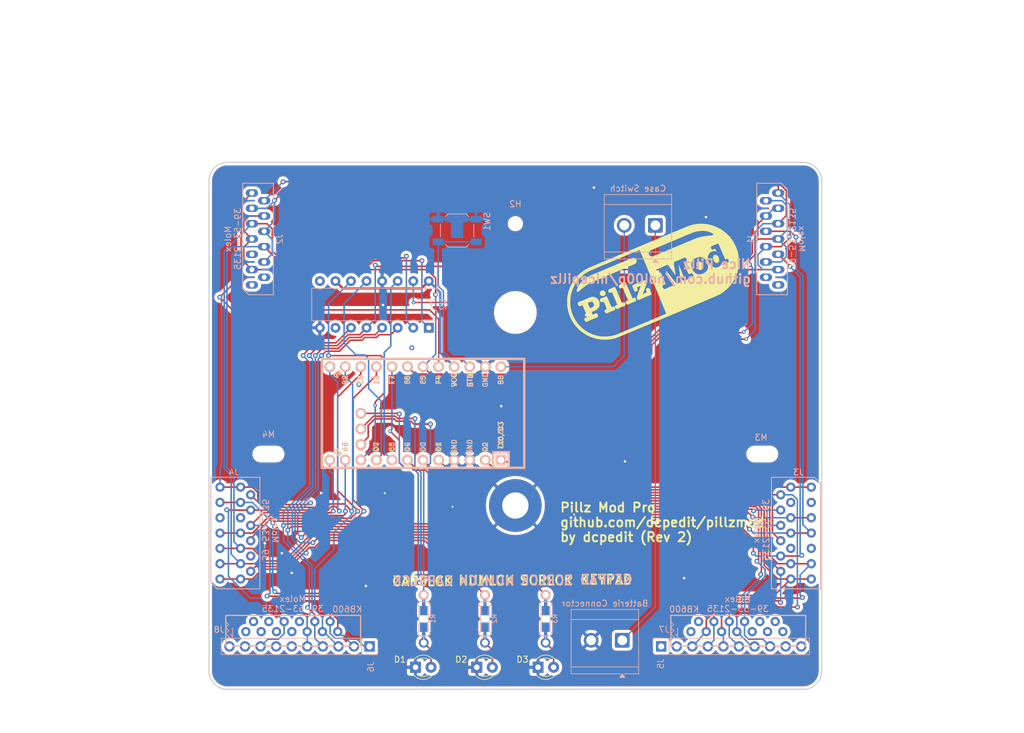
<source format=kicad_pcb>
(kicad_pcb (version 20241229) (generator "pcbnew") (generator_version "9.0")
  (layers (0 "F.Cu" signal) (2 "B.Cu" signal) (13 "F.Paste" user) (15 "B.Paste" user) (5 "F.SilkS" user "F.Silkscreen") (7 "B.SilkS" user "B.Silkscreen") (1 "F.Mask" user) (3 "B.Mask" user) (25 "Edge.Cuts" user))
  (net 0 "")
  (net 1 "/ROW_12")
  (net 3 "/ROW_14")
  (net 4 "/ROW_13")
  (net 5 "/COL_4")
  (net 6 "/COL_3")
  (net 7 "/ROW_11")
  (net 8 "/COL_5")
  (net 9 "/COL_0")
  (net 10 "/COL_2")
  (net 11 "/COL_1")
  (net 15 "/ROW_6")
  (net 16 "/ROW_8")
  (net 17 "/ROW_7")
  (net 19 "/ROW_10")
  (net 21 "/ROW_9")
  (net 22 "/ROW_0")
  (net 23 "/ROW_5")
  (net 24 "/ROW_4")
  (net 25 "/ROW_3")
  (net 27 "/ROW_2")
  (net 28 "/ROW_1")
  (net 32 "/COL_6")
  (net 36 "GND")
  (net 40 "/LED_CAPS_LOCK")
  (net 41 "/LED_NUM_LOCK")
  (net 42 "/LED_SCROLL_LOCK")
  (net 61 "/SPI_MOSI")
  (net 62 "/LATCH")
  (net 63 "/SPI_SCK")
  (net 64 "/RESET")
  (net 66 "+5V")
  (net 68 "Net-(D1-A)")
  (net 69 "Net-(D2-A)")
  (net 70 "Net-(D3-A)")
  (net 71 "BAT+")
  (net 72 "BAT")
  (footprint "LED_THT:LED_D3.0mm" (layer "F.Cu") (at 133.7 132.4)
    (property "Reference" "D1")
    (property "Value" "LED_CAPS")
  )
  (footprint "LED_THT:LED_D3.0mm" (layer "F.Cu") (at 143.7 132.4)
    (property "Reference" "D2")
    (property "Value" "LED_NUM")
  )
  (footprint "LED_THT:LED_D3.0mm" (layer "F.Cu") (at 153.7 132.4)
    (property "Reference" "D3")
    (property "Value" "LED_SCR")
  )
  (footprint "MountingHole:MountingHole_4.3mm_M4_Pad" (layer "F.Cu") (at 150 106)
    (property "Reference" "H1" (hide yes))
    (property "Value" "mounting pad" (hide yes))
  )
  (footprint "pillz:pillz_logo" (layer "F.Cu") (at 172.466 69.469)
    (property "Reference" "G***" (hide yes))
    (property "Value" "LOGO" (hide yes))
  )
  (footprint "kinesisMod_board_connectors:Molex_0039532135" (layer "B.Cu") (at 191.9 62.5 -90)
    (property "Reference" "J1")
    (property "Value" "Conn_01x13")
  )
  (footprint "kinesisMod_board_connectors:Molex_0039532135" (layer "B.Cu") (at 108 62.5 90)
    (property "Reference" "J2")
    (property "Value" "Conn_01x13")
  )
  (footprint "kinesisMod_board_connectors:Molex_039532134" (layer "B.Cu") (at 195.8 110.5 -90)
    (property "Reference" "J3")
    (property "Value" "Conn_01x13")
  )
  (footprint "kinesisMod_board_connectors:Molex_039532134" (layer "B.Cu") (at 104.3 110.5 90)
    (property "Reference" "J4")
    (property "Value" "Conn_01x13")
  )
  (footprint "Pin_Headers:Pin_Header_Straight_1x10_Pitch2.54mm" (layer "B.Cu") (at 173.8 129 -90)
    (property "Reference" "J5" (hide yes))
    (property "Value" "Conn_01x10")
  )
  (footprint "Pin_Headers:Pin_Header_Straight_1x10_Pitch2.54mm" (layer "B.Cu") (at 126.2 129 90)
    (property "Reference" "J6")
    (property "Value" "Conn_01x10")
  )
  (footprint "Mounting_Holes:MountingHole_6.4mm_M6" (layer "B.Cu") (at 150 74.5)
    (property "Reference" "M1" (hide yes))
    (property "Value" "MountingHole_6.4mm_M6")
  )
  (footprint "MountingHole:MountingHole_4.3mm_M4" (layer "B.Cu") (at 109.7 97.6)
    (property "Reference" "M4")
    (property "Value" "MountingHole_4.3mm_M4")
  )
  (footprint "MountingHole:MountingHole_4.3mm_M4" (layer "B.Cu") (at 190.3 97.6)
    (property "Reference" "M3")
    (property "Value" "MountingHole_4.3mm_M4")
  )
  (footprint "Keebio-Parts:Resistor-Hybrid" (layer "B.Cu") (at 154.94 124.5 -90)
    (property "Reference" "R3")
    (property "Value" "R_US" (hide yes))
  )
  (footprint "kinx:39-53-2135" (layer "B.Cu") (at 186.157 126.59)
    (property "Reference" "J7")
    (property "Value" "Conn_01x13" (hide yes))
  )
  (footprint "TerminalBlock_CUI:TerminalBlock_CUI_TB007-508-02_1x02_P5.08mm_Horizontal" (layer "B.Cu") (at 167.45 128 180)
    (property "Reference" "Batterie Connector")
    (property "Value" "TerminalBlock_CUI_TB007-508-02_1x02_P5.08mm_Horizontal")
  )
  (footprint "kinx:39-53-2135" (layer "B.Cu") (at 113.513 126.59)
    (property "Reference" "J8")
    (property "Value" "Conn_01x13" (hide yes))
  )
  (footprint "Local:nice_nano_v2" (layer "B.Cu") (at 133.6675 90.96375 180)
    (property "Reference" "U1" (hide yes))
    (property "Value" "nice!nanov2" (hide yes))
  )
  (footprint "Keebio-Parts:Resistor-Hybrid" (layer "B.Cu") (at 145.04 124.5 -90)
    (property "Reference" "R2")
    (property "Value" "R_US" (hide yes))
  )
  (footprint "MountingHole:MountingHole_2mm" (layer "B.Cu") (at 150 60 180)
    (property "Reference" "H2")
    (property "Value" "mounting pad")
  )
  (footprint "Button_Switch_SMD:SW_SPST_SKQG_WithoutStem" (layer "B.Cu") (at 140.49375 61.11875)
    (property "Reference" "SW1")
    (property "Value" "RESET")
  )
  (footprint "Keebio-Parts:Resistor-Hybrid" (layer "B.Cu") (at 135.04 124.5 -90)
    (property "Reference" "R1")
    (property "Value" "R_US" (hide yes))
  )
  (footprint "Package_DIP:DIP-16_W7.62mm" (layer "B.Cu") (at 135.875 76.99375 90)
    (property "Reference" "U2")
    (property "Value" "74HC595")
  )
  (footprint "TerminalBlock_CUI:TerminalBlock_CUI_TB007-508-02_1x02_P5.08mm_Horizontal" (layer "B.Cu") (at 172.85 60.275 180)
    (property "Reference" "Case Switch")
    (property "Value" "TerminalBlock_CUI_TB007-508-02_1x02_P5.08mm_Horizontal")
  )
  (gr_arc (start 103 136) (mid 100.87868 135.12132) (end 100 133) (stroke (width 0.2)) (layer "Edge.Cuts"))
  (gr_arc (start 197 50) (mid 199.12132 50.87868) (end 200 53) (stroke (width 0.2)) (layer "Edge.Cuts"))
  (gr_arc (start 200 133) (mid 199.12132 135.12132) (end 197 136) (stroke (width 0.2)) (layer "Edge.Cuts"))
  (gr_arc (start 100 53) (mid 100.87868 50.87868) (end 103 50) (stroke (width 0.2)) (layer "Edge.Cuts"))
  (gr_line (start 103 136) (end 197 136) (stroke (width 0.2)) (layer "Edge.Cuts"))
  (gr_line (start 197 50) (end 103 50) (stroke (width 0.2)) (layer "Edge.Cuts"))
  (gr_line (start 200 133) (end 200 53) (stroke (width 0.2)) (layer "Edge.Cuts"))
  (gr_line (start 100 133) (end 100 53) (stroke (width 0.2)) (layer "Edge.Cuts"))
  (gr_text "Pillz Mod Pro\ngithub.com/dcpedit/pillzmod\nby dcpedit (Rev 2)" (at 157.1625 108.74375 0) (layer "F.SilkS") (effects (font (size 1.5 1.5) (thickness 0.3)) (justify left)))
  (gr_text "CAPSLCK" (at 134.874 118.364 0) (layer "F.SilkS") (effects (font (size 1.5 1.5) (thickness 0.3))))
  (gr_text "KEYPAD" (at 164.846 118.11 0) (layer "F.SilkS") (effects (font (size 1.5 1.5) (thickness 0.3))))
  (gr_text "SCRLCK" (at 155.067 118.237 0) (layer "F.SilkS") (effects (font (size 1.5 1.5) (thickness 0.3))))
  (gr_text "NUMLCK" (at 145.288 118.237 0) (layer "F.SilkS") (effects (font (size 1.5 1.5) (thickness 0.3))))
  (gr_text "Molex\n39-53-2135" (at 190.119 109.982 90) (layer "B.SilkS") (effects (font (size 1 1)) (justify mirror)))
  (gr_text "KB600" (at 177.546 122.936 0) (layer "B.SilkS") (effects (font (size 1 1)) (justify mirror)))
  (gr_text "Molex\n39-53-2135" (at 103.886 62.484 90) (layer "B.SilkS") (effects (font (size 1 1)) (justify mirror)))
  (gr_text "NUMLCK" (at 145.3 118.31 0) (layer "B.SilkS") (effects (font (size 1.5 1.5) (thickness 0.3)) (justify mirror)))
  (gr_text "Molex\n39-53-2135" (at 113.665 122.047 0) (layer "B.SilkS") (effects (font (size 1 1)) (justify mirror)))
  (gr_text "Molex\n39-53-2135" (at 186.309 122.047 0) (layer "B.SilkS") (effects (font (size 1 1)) (justify mirror)))
  (gr_text "KEYPAD" (at 164.8 118.11 0) (layer "B.SilkS") (effects (font (size 1.5 1.5) (thickness 0.3)) (justify mirror)))
  (gr_text "Nice Pillz\ngithub.com/nol00p/nicepillz" (at 188.6 67.818 0) (layer "B.SilkS") (effects (font (size 1.5 1.5) (thickness 0.3)) (justify left mirror)))
  (gr_text "Molex\n39-53-2135" (at 109.982 109.982 270) (layer "B.SilkS") (effects (font (size 1 1)) (justify mirror)))
  (gr_text "KB600" (at 122.555 122.936 0) (layer "B.SilkS") (effects (font (size 1 1)) (justify mirror)))
  (gr_text "Molex\n39-53-2135" (at 195.961 62.484 270) (layer "B.SilkS") (effects (font (size 1 1)) (justify mirror)))
  (gr_text "CAPSLCK" (at 134.9 118.31 0) (layer "B.SilkS") (effects (font (size 1.5 1.5) (thickness 0.3)) (justify mirror)))
  (gr_text "SCRLCK" (at 155.1 118.21 0) (layer "B.SilkS") (effects (font (size 1.5 1.5) (thickness 0.3)) (justify mirror)))
  (segment (start 137.856008 84.99505) (end 138.342958 85.482) (width 0.25) (layer "F.Cu") (net 1))
  (segment (start 190.661468 51.054) (end 133.096 51.054) (width 0.25) (layer "F.Cu") (net 1))
  (segment (start 131.138416 52.117) (end 129.901562 52.117) (width 0.25) (layer "F.Cu") (net 1))
  (segment (start 135.502404 84.54505) (end 135.952404 84.99505) (width 0.25) (layer "F.Cu") (net 1))
  (segment (start 126.971208 53.14375) (end 112.10625 53.14375) (width 0.25) (layer "F.Cu") (net 1))
  (segment (start 172.25 81.229187) (end 172.25 79.821389) (width 0.25) (layer "F.Cu") (net 1))
  (segment (start 112.10625 53.14375) (end 112.089 53.161) (width 0.25) (layer "F.Cu") (net 1))
  (segment (start 187.675 78.85) (end 184.733458 78.85) (width 0.25) (layer "F.Cu") (net 1))
  (segment (start 132.3975 83.34375) (end 133.5988 84.54505) (width 0.25) (layer "F.Cu") (net 1))
  (segment (start 135.952404 84.99505) (end 137.856008 84.99505) (width 0.25) (layer "F.Cu") (net 1))
  (segment (start 127.421208 52.69375) (end 126.971208 53.14375) (width 0.25) (layer "F.Cu") (net 1))
  (segment (start 138.342958 85.482) (end 167.997188 85.482) (width 0.25) (layer "F.Cu") (net 1))
  (segment (start 194.22452 58.67548) (end 194.22452 54.617052) (width 0.25) (layer "F.Cu") (net 1))
  (segment (start 129.324812 52.69375) (end 127.421208 52.69375) (width 0.25) (layer "F.Cu") (net 1))
  (segment (start 184.127208 78.24375) (end 184.733458 78.85) (width 0.25) (layer "F.Cu") (net 1))
  (segment (start 129.901562 52.117) (end 129.324812 52.69375) (width 0.25) (layer "F.Cu") (net 1))
  (segment (start 168.205094 85.274094) (end 172.25 81.229187) (width 0.25) (layer "F.Cu") (net 1))
  (segment (start 133.5988 84.54505) (end 135.502404 84.54505) (width 0.25) (layer "F.Cu") (net 1))
  (segment (start 167.997188 85.482) (end 168.205094 85.274094) (width 0.25) (layer "F.Cu") (net 1))
  (segment (start 168.034137 85.44505) (end 168.205094 85.274094) (width 0.25) (layer "F.Cu") (net 1))
  (segment (start 172.25 79.821389) (end 173.827639 78.24375) (width 0.25) (layer "F.Cu") (net 1))
  (segment (start 132.201416 51.054) (end 131.138416 52.117) (width 0.25) (layer "F.Cu") (net 1))
  (segment (start 133.096 51.054) (end 132.201416 51.054) (width 0.25) (layer "F.Cu") (net 1))
  (segment (start 192.9 60) (end 194.22452 58.67548) (width 0.25) (layer "F.Cu") (net 1))
  (segment (start 173.827639 78.24375) (end 184.127208 78.24375) (width 0.25) (layer "F.Cu") (net 1))
  (segment (start 194.22452 54.617052) (end 190.661468 51.054) (width 0.25) (layer "F.Cu") (net 1))
  (via (at 187.675 78.85) (size 0.6) (drill 0.3) (layers "F.Cu" "B.Cu") (net 1))
  (via (at 112.089 53.161) (size 0.8) (drill 0.4) (layers "F.Cu" "B.Cu") (net 1))
  (segment (start 109 56.25) (end 112.089 53.161) (width 0.25) (layer "B.Cu") (net 1))
  (segment (start 190.441852 60) (end 192.9 60) (width 0.25) (layer "B.Cu") (net 1))
  (segment (start 189.12548 77.39952) (end 187.675 78.85) (width 0.25) (layer "B.Cu") (net 1))
  (segment (start 189.12548 61.316372) (end 190.441852 60) (width 0.25) (layer "B.Cu") (net 1))
  (segment (start 189.12548 76.225) (end 189.12548 77.39952) (width 0.25) (layer "B.Cu") (net 1))
  (segment (start 189.12548 76.225) (end 189.12548 61.316372) (width 0.25) (layer "B.Cu") (net 1))
  (segment (start 137 68.907759) (end 137 71.534) (width 0.25) (layer "F.Cu") (net 3))
  (segment (start 107 62.5) (end 105.67548 63.82452) (width 0.25) (layer "F.Cu") (net 3))
  (segment (start 138.042404 84.54505) (end 138.529354 85.032) (width 0.25) (layer "F.Cu") (net 3))
  (segment (start 105.67548 61.17548) (end 107 62.5) (width 0.25) (layer "F.Cu") (net 3))
  (segment (start 105.67548 63.82452) (end 105.67548 66.17548) (width 0.25) (layer "F.Cu") (net 3))
  (segment (start 189.122226 63.028452) (end 189.122226 65.049548) (width 0.25) (layer "F.Cu") (net 3))
  (segment (start 138.529354 85.032) (end 167.810791 85.032) (width 0.25) (layer "F.Cu") (net 3))
  (segment (start 184.075 77.79375) (end 187.18125 77.79375) (width 0.25) (layer "F.Cu") (net 3))
  (segment (start 184.075 77.79375) (end 184.313604 77.79375) (width 0.25) (layer "F.Cu") (net 3))
  (segment (start 107 67.5) (end 128.016 67.5) (width 0.25) (layer "F.Cu") (net 3))
  (segment (start 171.8 81.042791) (end 171.8 79.634993) (width 0.25) (layer "F.Cu") (net 3))
  (segment (start 137 71.534) (end 136.960778 71.573222) (width 0.25) (layer "F.Cu") (net 3))
  (segment (start 135.592241 67.5) (end 137 68.907759) (width 0.25) (layer "F.Cu") (net 3))
  (segment (start 188.214 65.957774) (end 188.214 66.675) (width 0.25) (layer "F.Cu") (net 3))
  (segment (start 187.18125 77.79375) (end 187.3 77.675) (width 0.25) (layer "F.Cu") (net 3))
  (segment (start 129.921 67.5) (end 135.592241 67.5) (width 0.25) (layer "F.Cu") (net 3))
  (segment (start 171.8 79.634993) (end 173.641243 77.79375) (width 0.25) (layer "F.Cu") (net 3))
  (segment (start 106.542532 58.75) (end 105.67548 59.617052) (width 0.25) (layer "F.Cu") (net 3))
  (segment (start 136.1388 84.54505) (end 138.042404 84.54505) (width 0.25) (layer "F.Cu") (net 3))
  (segment (start 105.67548 59.617052) (end 105.67548 61.17548) (width 0.25) (layer "F.Cu") (net 3))
  (segment (start 189.650678 62.5) (end 189.122226 63.028452) (width 0.25) (layer "F.Cu") (net 3))
  (segment (start 128.016 67.5) (end 129.921 67.5) (width 0.25) (layer "F.Cu") (net 3))
  (segment (start 134.9375 83.34375) (end 136.1388 84.54505) (width 0.25) (layer "F.Cu") (net 3))
  (segment (start 189.122226 65.049548) (end 188.214 65.957774) (width 0.25) (layer "F.Cu") (net 3))
  (segment (start 173.641243 77.79375) (end 184.075 77.79375) (width 0.25) (layer "F.Cu") (net 3))
  (segment (start 105.67548 66.17548) (end 107 67.5) (width 0.25) (layer "F.Cu") (net 3))
  (segment (start 192.9 62.5) (end 189.650678 62.5) (width 0.25) (layer "F.Cu") (net 3))
  (segment (start 167.810791 85.032) (end 171.8 81.042791) (width 0.25) (layer "F.Cu") (net 3))
  (segment (start 109 58.75) (end 106.542532 58.75) (width 0.25) (layer "F.Cu") (net 3))
  (via (at 187.3 77.675) (size 0.6) (drill 0.3) (layers "F.Cu" "B.Cu") (net 3))
  (via (at 136.960778 71.573222) (size 0.8) (drill 0.4) (layers "F.Cu" "B.Cu") (net 3))
  (via (at 188.214 66.675) (size 0.8) (drill 0.4) (layers "F.Cu" "B.Cu") (net 3))
  (segment (start 194.22452 65.382948) (end 194.22452 63.82452) (width 0.25) (layer "B.Cu") (net 3))
  (segment (start 188.67548 74.775) (end 188.67548 76.29952) (width 0.25) (layer "B.Cu") (net 3))
  (segment (start 137 71.612444) (end 137 81.28125) (width 0.25) (layer "B.Cu") (net 3))
  (segment (start 190.9 66.25) (end 193.357468 66.25) (width 0.25) (layer "B.Cu") (net 3))
  (segment (start 188.67548 74.775) (end 188.67548 67.13648) (width 0.25) (layer "B.Cu") (net 3))
  (segment (start 193.357468 66.25) (end 194.22452 65.382948) (width 0.25) (layer "B.Cu") (net 3))
  (segment (start 194.382141 61.017859) (end 194.382141 57.117859) (width 0.25) (layer "B.Cu") (net 3))
  (segment (start 188.67548 67.13648) (end 188.214 66.675) (width 0.25) (layer "B.Cu") (net 3))
  (segment (start 137 81.28125) (end 134.9375 83.34375) (width 0.25) (layer "B.Cu") (net 3))
  (segment (start 194.22452 63.82452) (end 192.9 62.5) (width 0.25) (layer "B.Cu") (net 3))
  (segment (start 194.382141 57.117859) (end 193.514282 56.25) (width 0.25) (layer "B.Cu") (net 3))
  (segment (start 193.514282 56.25) (end 190.9 56.25) (width 0.25) (layer "B.Cu") (net 3))
  (segment (start 136.960778 71.573222) (end 137 71.612444) (width 0.25) (layer "B.Cu") (net 3))
  (segment (start 192.9 62.5) (end 194.382141 61.017859) (width 0.25) (layer "B.Cu") (net 3))
  (segment (start 188.67548 76.29952) (end 187.3 77.675) (width 0.25) (layer "B.Cu") (net 3))
  (segment (start 113.30625 53.59375) (end 110.7 56.2) (width 0.25) (layer "F.Cu") (net 4))
  (segment (start 127.607604 53.14375) (end 127.157604 53.59375) (width 0.25) (layer "F.Cu") (net 4))
  (segment (start 188.9 67.5) (end 142.675 67.5) (width 0.25) (layer "F.Cu") (net 4))
  (segment (start 132.387812 51.504) (end 131.324812 52.567) (width 0.25) (layer "F.Cu") (net 4))
  (segment (start 167.624394 84.582) (end 167.759197 84.447197) (width 0.25) (layer "F.Cu") (net 4))
  (segment (start 140.65 69.525) (end 139.75 70.425) (width 0.25) (layer "F.Cu") (net 4))
  (segment (start 167.661345 84.54505) (end 167.759197 84.447197) (width 0.25) (layer "F.Cu") (net 4))
  (segment (start 142.675 67.5) (end 140.65 69.525) (width 0.25) (layer "F.Cu") (net 4))
  (segment (start 192.9 55) (end 192.9 53.92825) (width 0.25) (layer "F.Cu") (net 4))
  (segment (start 127.157604 53.59375) (end 113.30625 53.59375) (width 0.25) (layer "F.Cu") (net 4))
  (segment (start 138.71575 84.582) (end 167.624394 84.582) (width 0.25) (layer "F.Cu") (net 4))
  (segment (start 192.9 67.5) (end 188.9 67.5) (width 0.25) (layer "F.Cu") (net 4))
  (segment (start 183.55 77.34375) (end 185.90625 77.34375) (width 0.25) (layer "F.Cu") (net 4))
  (segment (start 185.90625 77.34375) (end 187.3 75.95) (width 0.25) (layer "F.Cu") (net 4))
  (segment (start 133.3875 72.8625) (end 139.1125 72.8625) (width 0.2) (layer "F.Cu") (net 4))
  (segment (start 167.759197 84.447197) (end 171.338605 80.86779) (width 0.25) (layer "F.Cu") (net 4))
  (segment (start 129.511208 53.14375) (end 127.607604 53.14375) (width 0.25) (layer "F.Cu") (net 4))
  (segment (start 192.9 53.92825) (end 190.47575 51.504) (width 0.25) (layer "F.Cu") (net 4))
  (segment (start 194.7 62.407468) (end 194.7 62.1) (width 0.25) (layer "F.Cu") (net 4))
  (segment (start 193.357468 63.75) (end 194.7 62.407468) (width 0.25) (layer "F.Cu") (net 4))
  (segment (start 130.087958 52.567) (end 129.511208 53.14375) (width 0.25) (layer "F.Cu") (net 4))
  (segment (start 131.324812 52.567) (end 130.087958 52.567) (width 0.25) (layer "F.Cu") (net 4))
  (segment (start 187.3 68.3) (end 188.1 67.5) (width 0.25) (layer "F.Cu") (net 4))
  (segment (start 171.338605 80.86779) (end 171.338605 79.459992) (width 0.25) (layer "F.Cu") (net 4))
  (segment (start 139.1125 72.8625) (end 139.75 72.225) (width 0.2) (layer "F.Cu") (net 4))
  (segment (start 187.3 75.95) (end 187.3 68.3) (width 0.25) (layer "F.Cu") (net 4))
  (segment (start 171.338605 79.459992) (end 173.454847 77.34375) (width 0.25) (layer "F.Cu") (net 4))
  (segment (start 190.47575 51.504) (end 132.387812 51.504) (width 0.25) (layer "F.Cu") (net 4))
  (segment (start 183.55 77.34375) (end 184.5 77.34375) (width 0.25) (layer "F.Cu") (net 4))
  (segment (start 139.75 70.425) (end 139.75 72.225) (width 0.25) (layer "F.Cu") (net 4))
  (segment (start 173.454847 77.34375) (end 183.55 77.34375) (width 0.25) (layer "F.Cu") (net 4))
  (segment (start 188.9 67.5) (end 188.1 67.5) (width 0.25) (layer "F.Cu") (net 4))
  (segment (start 190.9 63.75) (end 193.357468 63.75) (width 0.25) (layer "F.Cu") (net 4))
  (via (at 133.3875 72.8625) (size 0.6) (drill 0.3) (layers "F.Cu" "B.Cu") (net 4))
  (via (at 110.7 56.2) (size 0.8) (drill 0.4) (layers "F.Cu" "B.Cu") (net 4))
  (via (at 194.7 62.1) (size 0.8) (drill 0.4) (layers "F.Cu" "B.Cu") (net 4))
  (segment (start 189.57548 65.07452) (end 189.57548 66.67548) (width 0.25) (layer "B.Cu") (net 4))
  (segment (start 109 61.25) (end 110.32452 62.57452) (width 0.25) (layer "B.Cu") (net 4))
  (segment (start 107 57.5) (end 109.457468 57.5) (width 0.25) (layer "B.Cu") (net 4))
  (segment (start 189.57548 66.67548) (end 190.4 67.5) (width 0.25) (layer "B.Cu") (net 4))
  (segment (start 110.32452 62.57452) (end 110.32452 64.92548) (width 0.25) (layer "B.Cu") (net 4))
  (segment (start 194.831661 56.931661) (end 192.9 55) (width 0.25) (layer "B.Cu") (net 4))
  (segment (start 190.4 67.5) (end 192.9 67.5) (width 0.25) (layer "B.Cu") (net 4))
  (segment (start 109 61.25) (end 110.5 59.75) (width 0.25) (layer "B.Cu") (net 4))
  (segment (start 109.457468 57.5) (end 110.7 56.257468) (width 0.25) (layer "B.Cu") (net 4))
  (segment (start 133.3875 72.8625) (end 133.425 72.9) (width 0.2) (layer "B.Cu") (net 4))
  (segment (start 133.335 72.81) (end 133.3875 72.8625) (width 0.2) (layer "B.Cu") (net 4))
  (segment (start 194.7 62.1) (end 194.831661 61.968339) (width 0.25) (layer "B.Cu") (net 4))
  (segment (start 190.9 63.75) (end 189.57548 65.07452) (width 0.25) (layer "B.Cu") (net 4))
  (segment (start 194.831661 61.968339) (end 194.831661 56.931661) (width 0.25) (layer "B.Cu") (net 4))
  (segment (start 110.32452 64.92548) (end 109 66.25) (width 0.25) (layer "B.Cu") (net 4))
  (segment (start 110.5 59.75) (end 110.7 59.55) (width 0.25) (layer "B.Cu") (net 4))
  (segment (start 110.7 56.257468) (end 110.7 56.2) (width 0.25) (layer "B.Cu") (net 4))
  (segment (start 133.335 69.37375) (end 133.335 72.81) (width 0.2) (layer "B.Cu") (net 4))
  (segment (start 110.7 59.55) (end 110.7 56.2) (width 0.25) (layer "B.Cu") (net 4))
  (segment (start 107.0782 118) (end 108.6782 116.4) (width 0.25) (layer "F.Cu") (net 5))
  (segment (start 128.255 76.99375) (end 127.13 78.11875) (width 0.25) (layer "F.Cu") (net 5))
  (segment (start 192.9 65) (end 194.8 66.9) (width 0.25) (layer "F.Cu") (net 5))
  (segment (start 122.895405 78.56875) (end 121.105155 80.359) (width 0.25) (layer "F.Cu") (net 5))
  (segment (start 135.167384 111.69808) (end 137.274152 113.804848) (width 0.25) (layer "F.Cu") (net 5))
  (segment (start 108.6782 116.4) (end 112.837792 116.4) (width 0.25) (layer "F.Cu") (net 5))
  (segment (start 112.837792 116.4) (end 115.253896 113.983896) (width 0.25) (layer "F.Cu") (net 5))
  (segment (start 194.8 66.9) (end 194.8 67) (width 0.25) (layer "F.Cu") (net 5))
  (segment (start 125.23575 78.11875) (end 124.78575 78.56875) (width 0.25) (layer "F.Cu") (net 5))
  (segment (start 185.731775 108.39808) (end 188.849 111.515305) (width 0.25) (layer "F.Cu") (net 5))
  (segment (start 118.513695 80.359) (end 117.363997 81.508698) (width 0.25) (layer "F.Cu") (net 5))
  (segment (start 121.105155 80.359) (end 118.513695 80.359) (width 0.25) (layer "F.Cu") (net 5))
  (segment (start 124.78575 78.56875) (end 122.895405 78.56875) (width 0.25) (layer "F.Cu") (net 5))
  (segment (start 115.461292 113.7765) (end 115.253896 113.983896) (width 0.25) (layer "F.Cu") (net 5))
  (segment (start 196.62498 114.25) (end 193.3 114.25) (width 0.25) (layer "F.Cu") (net 5))
  (segment (start 127.13 78.11875) (end 125.23575 78.11875) (width 0.25) (layer "F.Cu") (net 5))
  (segment (start 117.363997 81.508698) (end 117.363997 81.534) (width 0.25) (layer "F.Cu") (net 5))
  (segment (start 168.91 108.39808) (end 185.731775 108.39808) (width 0.25) (layer "F.Cu") (net 5))
  (segment (start 105.15 118) (end 107.0782 118) (width 0.25) (layer "F.Cu") (net 5))
  (segment (start 160.88108 116.427) (end 168.91 108.39808) (width 0.25) (layer "F.Cu") (net 5))
  (segment (start 117.254845 112.815193) (end 118.371958 111.69808) (width 0.25) (layer "F.Cu") (net 5))
  (segment (start 115.850202 113.7765) (end 115.461292 113.7765) (width 0.25) (layer "F.Cu") (net 5))
  (segment (start 115.850202 113.7765) (end 115.850202 113.38759) (width 0.25) (layer "F.Cu") (net 5))
  (segment (start 116.015896 113.221896) (end 116.422599 112.815193) (width 0.25) (layer "F.Cu") (net 5))
  (segment (start 139.896305 116.427) (end 160.88108 116.427) (width 0.25) (layer "F.Cu") (net 5))
  (segment (start 101.8 118) (end 105.15 118) (width 0.25) (layer "F.Cu") (net 5))
  (segment (start 118.371958 111.69808) (end 135.167384 111.69808) (width 0.25) (layer "F.Cu") (net 5))
  (segment (start 188.849 111.515305) (end 188.849 113.792) (width 0.25) (layer "F.Cu") (net 5))
  (segment (start 137.274152 113.804848) (end 139.896305 116.427) (width 0.25) (layer "F.Cu") (net 5))
  (segment (start 196.754611 114.120369) (end 196.62498 114.25) (width 0.25) (layer "F.Cu") (net 5))
  (segment (start 115.253896 113.983896) (end 116.015896 113.221896) (width 0.25) (layer "F.Cu") (net 5))
  (segment (start 116.422599 112.815193) (end 117.254845 112.815193) (width 0.25) (layer "F.Cu") (net 5))
  (segment (start 115.850202 113.38759) (end 116.015896 113.221896) (width 0.25) (layer "F.Cu") (net 5))
  (via (at 194.8 67) (size 0.8) (drill 0.4) (layers "F.Cu" "B.Cu") (net 5))
  (via (at 115.850202 113.7765) (size 0.8) (drill 0.4) (layers "F.Cu" "B.Cu") (net 5))
  (via (at 188.849 113.792) (size 0.8) (drill 0.4) (layers "F.Cu" "B.Cu") (net 5))
  (via (at 196.754611 114.120369) (size 0.8) (drill 0.4) (layers "F.Cu" "B.Cu") (net 5))
  (via (at 117.363997 81.534) (size 0.8) (drill 0.4) (layers "F.Cu" "B.Cu") (net 5))
  (segment (start 196.479631 113.845389) (end 196.479631 68.679631) (width 0.25) (layer "B.Cu") (net 5))
  (segment (start 117.363997 103.115792) (end 117.363997 81.534) (width 0.25) (layer "B.Cu") (net 5))
  (segment (start 113.591 111.517298) (end 113.591 106.888789) (width 0.25) (layer "B.Cu") (net 5))
  (segment (start 196.754611 114.120369) (end 196.479631 113.845389) (width 0.25) (layer "B.Cu") (net 5))
  (segment (start 193.3 114.25) (end 189.307 114.25) (width 0.25) (layer "B.Cu") (net 5))
  (segment (start 196.479631 68.679631) (end 194.8 67) (width 0.25) (layer "B.Cu") (net 5))
  (segment (start 189.307 114.25) (end 188.849 113.792) (width 0.25) (layer "B.Cu") (net 5))
  (segment (start 115.850202 113.7765) (end 113.591 111.517298) (width 0.25) (layer "B.Cu") (net 5))
  (segment (start 113.591 106.888789) (end 117.363997 103.115792) (width 0.25) (layer "B.Cu") (net 5))
  (segment (start 135.373892 111.24808) (end 135.570406 111.444594) (width 0.25) (layer "F.Cu") (net 6))
  (segment (start 117.796653 111.24808) (end 135.373892 111.24808) (width 0.25) (layer "F.Cu") (net 6))
  (segment (start 190.9 61.25) (end 194.874614 61.25) (width 0.25) (layer "F.Cu") (net 6))
  (segment (start 106.8 116.75) (end 107.6 115.95) (width 0.25) (layer "F.Cu") (net 6))
  (segment (start 195.8 62.175386) (end 195.8 62.2) (width 0.25) (layer "F.Cu") (net 6))
  (segment (start 130.795 76.99375) (end 129.67 78.11875) (width 0.25) (layer "F.Cu") (net 6))
  (segment (start 194.95 110.5) (end 198.3 110.5) (width 0.25) (layer "F.Cu") (net 6))
  (segment (start 194.874614 61.25) (end 195.8 62.175386) (width 0.25) (layer "F.Cu") (net 6))
  (segment (start 127.789009 78.11875) (end 127.339009 78.56875) (width 0.25) (layer "F.Cu") (net 6))
  (segment (start 135.570406 111.464706) (end 137.46535 113.35965) (width 0.25) (layer "F.Cu") (net 6))
  (segment (start 186.30708 107.94808) (end 188.214 109.855) (width 0.25) (layer "F.Cu") (net 6))
  (segment (start 129.67 78.11875) (end 127.789009 78.11875) (width 0.25) (layer "F.Cu") (net 6))
  (segment (start 125.422146 78.56875) (end 124.972146 79.01875) (width 0.25) (layer "F.Cu") (net 6))
  (segment (start 119.089 80.809) (end 118.364 81.534) (width 0.25) (layer "F.Cu") (net 6))
  (segment (start 116.971653 112.07308) (end 117.796653 111.24808) (width 0.25) (layer "F.Cu") (net 6))
  (segment (start 116.971653 112.07308) (end 116.528316 112.07308) (width 0.25) (layer "F.Cu") (net 6))
  (segment (start 140.082701 115.977) (end 160.694684 115.977) (width 0.25) (layer "F.Cu") (net 6))
  (segment (start 137.46535 113.35965) (end 140.082701 115.977) (width 0.25) (layer "F.Cu") (net 6))
  (segment (start 127.339009 78.56875) (end 125.422146 78.56875) (width 0.25) (layer "F.Cu") (net 6))
  (segment (start 107.6 115.95) (end 112.651396 115.95) (width 0.25) (layer "F.Cu") (net 6))
  (segment (start 123.081801 79.01875) (end 121.291551 80.809) (width 0.25) (layer "F.Cu") (net 6))
  (segment (start 168.723604 107.94808) (end 186.30708 107.94808) (width 0.25) (layer "F.Cu") (net 6))
  (segment (start 121.291551 80.809) (end 119.089 80.809) (width 0.25) (layer "F.Cu") (net 6))
  (segment (start 160.694684 115.977) (end 168.723604 107.94808) (width 0.25) (layer "F.Cu") (net 6))
  (segment (start 124.972146 79.01875) (end 123.081801 79.01875) (width 0.25) (layer "F.Cu") (net 6))
  (segment (start 135.570406 111.444594) (end 135.570406 111.464706) (width 0.25) (layer "F.Cu") (net 6))
  (segment (start 116.528316 112.07308) (end 115.951698 112.649698) (width 0.25) (layer "F.Cu") (net 6))
  (segment (start 112.651396 115.95) (end 115.951698 112.649698) (width 0.25) (layer "F.Cu") (net 6))
  (via (at 116.971653 112.07308) (size 0.8) (drill 0.4) (layers "F.Cu" "B.Cu") (net 6))
  (via (at 188.214 109.855) (size 0.8) (drill 0.4) (layers "F.Cu" "B.Cu") (net 6))
  (via (at 195.8 62.2) (size 0.8) (drill 0.4) (layers "F.Cu" "B.Cu") (net 6))
  (via (at 118.364 81.534) (size 0.8) (drill 0.4) (layers "F.Cu" "B.Cu") (net 6))
  (segment (start 114.86708 112.07308) (end 114.041 111.247) (width 0.25) (layer "B.Cu") (net 6))
  (segment (start 117.813997 82.109305) (end 118.364 81.559302) (width 0.25) (layer "B.Cu") (net 6))
  (segment (start 198.3 110.5) (end 196.929151 109.129151) (width 0.25) (layer "B.Cu") (net 6))
  (segment (start 195.8 67.363604) (end 195.8 62.2) (width 0.25) (layer "B.Cu") (net 6))
  (segment (start 196.929151 109.129151) (end 196.929151 69.469) (width 0.25) (layer "B.Cu") (net 6))
  (segment (start 116.971653 112.07308) (end 114.86708 112.07308) (width 0.25) (layer "B.Cu") (net 6))
  (segment (start 117.813997 103.302189) (end 117.813997 82.109305) (width 0.25) (layer "B.Cu") (net 6))
  (segment (start 188.859 110.5) (end 188.214 109.855) (width 0.25) (layer "B.Cu") (net 6))
  (segment (start 196.929631 69.46852) (end 196.929631 68.493235) (width 0.25) (layer "B.Cu") (net 6))
  (segment (start 114.041 111.247) (end 114.041 107.075186) (width 0.25) (layer "B.Cu") (net 6))
  (segment (start 196.929631 68.493235) (end 195.8 67.363604) (width 0.25) (layer "B.Cu") (net 6))
  (segment (start 114.041 107.075186) (end 117.813997 103.302189) (width 0.25) (layer "B.Cu") (net 6))
  (segment (start 118.364 81.559302) (end 118.364 81.534) (width 0.25) (layer "B.Cu") (net 6))
  (segment (start 196.929151 69.469) (end 196.929631 69.46852) (width 0.25) (layer "B.Cu") (net 6))
  (segment (start 194.95 110.5) (end 188.859 110.5) (width 0.25) (layer "B.Cu") (net 6))
  (segment (start 190.09904 103.89904) (end 191.94952 105.749521) (width 0.25) (layer "F.Cu") (net 7))
  (segment (start 191.94952 110.39952) (end 193.3 111.75) (width 0.25) (layer "F.Cu") (net 7))
  (segment (start 170.041604 103.89904) (end 190.09904 103.89904) (width 0.25) (layer "F.Cu") (net 7))
  (segment (start 138.6788 99.78505) (end 145.662404 99.78505) (width 0.25) (layer "F.Cu") (net 7))
  (segment (start 145.662404 99.78505) (end 146.112404 100.23505) (width 0.25) (layer "F.Cu") (net 7))
  (segment (start 149.364096 99.78505) (end 165.188654 99.78505) (width 0.25) (layer "F.Cu") (net 7))
  (segment (start 137.4775 98.58375) (end 138.6788 99.78505) (width 0.25) (layer "F.Cu") (net 7))
  (segment (start 191.94952 105.749521) (end 191.94952 110.39952) (width 0.25) (layer "F.Cu") (net 7))
  (segment (start 165.188654 99.78505) (end 169.302164 103.89856) (width 0.25) (layer "F.Cu") (net 7))
  (segment (start 169.302164 103.89856) (end 170.18 103.89856) (width 0.25) (layer "F.Cu") (net 7))
  (segment (start 146.112404 100.23505) (end 148.914096 100.23505) (width 0.25) (layer "F.Cu") (net 7))
  (segment (start 148.914096 100.23505) (end 149.364096 99.78505) (width 0.25) (layer "F.Cu") (net 7))
  (segment (start 189.167852 106.14712) (end 187.833 106.14712) (width 0.25) (layer "F.Cu") (net 8))
  (segment (start 189.57548 61.938802) (end 188.672226 62.842056) (width 0.25) (layer "F.Cu") (net 8))
  (segment (start 190.9 58.75) (end 189.57548 60.07452) (width 0.25) (layer "F.Cu") (net 8))
  (segment (start 136.119476 109.44808) (end 124.206 109.44808) (width 0.25) (layer "F.Cu") (net 8))
  (segment (start 187.833 106.14712) (end 187.83204 106.14808) (width 0.25) (layer "F.Cu") (net 8))
  (segment (start 189.70048 106.679748) (end 189.167852 106.14712) (width 0.25) (layer "F.Cu") (net 8))
  (segment (start 116.363994 81.508698) (end 116.363994 81.534) (width 0.25) (layer "F.Cu") (net 8))
  (segment (start 189.57548 60.07452) (end 189.57548 61.938802) (width 0.25) (layer "F.Cu") (net 8))
  (segment (start 159.9491 114.177) (end 140.848396 114.177) (width 0.25) (layer "F.Cu") (net 8))
  (segment (start 124.20552 109.44856) (end 113.444066 109.44856) (width 0.25) (layer "F.Cu") (net 8))
  (segment (start 125.715 76.99375) (end 124.59 78.11875) (width 0.25) (layer "F.Cu") (net 8))
  (segment (start 189.70048 114.8255) (end 189.70048 106.679748) (width 0.25) (layer "F.Cu") (net 8))
  (segment (start 129.032 66.966) (end 127.318 66.966) (width 0.25) (layer "F.Cu") (net 8))
  (segment (start 167.97802 106.14808) (end 159.9491 114.177) (width 0.25) (layer "F.Cu") (net 8))
  (segment (start 120.918759 79.909) (end 117.963692 79.909) (width 0.25) (layer "F.Cu") (net 8))
  (segment (start 117.963692 79.909) (end 116.363994 81.508698) (width 0.25) (layer "F.Cu") (net 8))
  (segment (start 187.83204 106.14808) (end 167.97802 106.14808) (width 0.25) (layer "F.Cu") (net 8))
  (segment (start 127.318 66.966) (end 127.127 66.775) (width 0.25) (layer "F.Cu") (net 8))
  (segment (start 124.59 78.11875) (end 122.709009 78.11875) (width 0.25) (layer "F.Cu") (net 8))
  (segment (start 122.709009 78.11875) (end 120.918759 79.909) (width 0.25) (layer "F.Cu") (net 8))
  (segment (start 140.848396 114.177) (end 136.119476 109.44808) (width 0.25) (layer "F.Cu") (net 8))
  (segment (start 188.672226 62.842056) (end 188.672226 64.863152) (width 0.25) (layer "F.Cu") (net 8))
  (segment (start 186.569378 66.966) (end 129.032 66.966) (width 0.25) (layer "F.Cu") (net 8))
  (segment (start 189.42598 115.1) (end 189.70048 114.8255) (width 0.25) (layer "F.Cu") (net 8))
  (segment (start 113.444066 109.44856) (end 112.866 110.026626) (width 0.25) (layer "F.Cu") (net 8))
  (segment (start 188.672226 64.863152) (end 186.569378 66.966) (width 0.25) (layer "F.Cu") (net 8))
  (segment (start 124.206 109.44808) (end 124.20552 109.44856) (width 0.25) (layer "F.Cu") (net 8))
  (via (at 116.363994 81.534) (size 0.8) (drill 0.4) (layers "F.Cu" "B.Cu") (net 8))
  (via (at 112.866 110.026626) (size 0.8) (drill 0.4) (layers "F.Cu" "B.Cu") (net 8))
  (via (at 127.127 66.775) (size 0.8) (drill 0.4) (layers "F.Cu" "B.Cu") (net 8))
  (via (at 189.42598 115.1) (size 0.8) (drill 0.4) (layers "F.Cu" "B.Cu") (net 8))
  (segment (start 116.813 123.279) (end 116.013 124.079) (width 0.25) (layer "B.Cu") (net 8))
  (segment (start 187.407 120.918305) (end 187.407 124.94) (width 0.25) (layer "B.Cu") (net 8))
  (segment (start 191.58 129) (end 190.405 127.825) (width 0.25) (layer "B.Cu") (net 8))
  (segment (start 112.866 111.817604) (end 116.813 115.764604) (width 0.25) (layer "B.Cu") (net 8))
  (segment (start 112.866 110.026626) (end 112.866 111.817604) (width 0.25) (layer "B.Cu") (net 8))
  (segment (start 188.065 127.825) (end 187.407 127.167) (width 0.25) (layer "B.Cu") (net 8))
  (segment (start 116.913997 82.109305) (end 116.363994 81.559302) (width 0.25) (layer "B.Cu") (net 8))
  (segment (start 112.866 106.977393) (end 116.913997 102.929396) (width 0.25) (layer "B.Cu") (net 8))
  (segment (start 189.42598 115.1) (end 190.762701 116.436721) (width 0.25) (layer "B.Cu") (net 8))
  (segment (start 187.407 127.167) (end 187.407 124.94) (width 0.25) (layer "B.Cu") (net 8))
  (segment (start 127.13 69.215) (end 127.127 69.212) (width 0.25) (layer "B.Cu") (net 8))
  (segment (start 116.363994 81.559302) (end 116.363994 81.534) (width 0.25) (layer "B.Cu") (net 8))
  (segment (start 190.405 127.825) (end 188.065 127.825) (width 0.25) (layer "B.Cu") (net 8))
  (segment (start 116.913997 102.929396) (end 116.913997 82.109305) (width 0.25) (layer "B.Cu") (net 8))
  (segment (start 116.04 126.617) (end 116.013 126.59) (width 0.25) (layer "B.Cu") (net 8))
  (segment (start 190.762701 116.436721) (end 190.762701 117.562604) (width 0.25) (layer "B.Cu") (net 8))
  (segment (start 116.04 129) (end 116.04 126.617) (width 0.25) (layer "B.Cu") (net 8))
  (segment (start 125.715 76.99375) (end 127.13 75.57875) (width 0.25) (layer "B.Cu") (net 8))
  (segment (start 192.15 57.5) (end 190.9 58.75) (width 0.25) (layer "B.Cu") (net 8))
  (segment (start 112.866 110.026626) (end 112.866 106.977393) (width 0.25) (layer "B.Cu") (net 8))
  (segment (start 192.9 57.5) (end 192.15 57.5) (width 0.25) (layer "B.Cu") (net 8))
  (segment (start 190.762701 117.562604) (end 187.407 120.918305) (width 0.25) (layer "B.Cu") (net 8))
  (segment (start 127.127 69.212) (end 127.127 66.775) (width 0.25) (layer "B.Cu") (net 8))
  (segment (start 116.013 124.079) (end 116.013 126.59) (width 0.25) (layer "B.Cu") (net 8))
  (segment (start 127.13 75.57875) (end 127.13 69.215) (width 0.25) (layer "B.Cu") (net 8))
  (segment (start 116.813 115.764604) (end 116.813 123.279) (width 0.25) (layer "B.Cu") (net 8))
  (segment (start 135.93308 109.89808) (end 140.662 114.627) (width 0.25) (layer "F.Cu") (net 9))
  (segment (start 140.662 114.627) (end 160.135496 114.627) (width 0.25) (layer "F.Cu") (net 9))
  (segment (start 117.34848 109.89808) (end 135.93308 109.89808) (width 0.25) (layer "F.Cu") (net 9))
  (segment (start 101.756698 72.009) (end 103.822698 74.075) (width 0.25) (layer "F.Cu") (net 9))
  (segment (start 109.728 105.85048) (end 116.291011 105.85048) (width 0.25) (layer "F.Cu") (net 9))
  (segment (start 105.22596 68.539738) (end 105.22596 67.691) (width 0.25) (layer "F.Cu") (net 9))
  (segment (start 107.955698 104.769302) (end 109.036876 105.85048) (width 0.25) (layer "F.Cu") (net 9))
  (segment (start 107 55) (end 105.22596 56.77404) (width 0.25) (layer "F.Cu") (net 9))
  (segment (start 137.4775 83.34375) (end 137.4775 75.55) (width 0.2) (layer "F.Cu") (net 9))
  (segment (start 188.593507 106.59808) (end 188.883961 106.888534) (width 0.25) (layer "F.Cu") (net 9))
  (segment (start 116.56601 105.575481) (end 116.56601 105.57548) (width 0.25) (layer "F.Cu") (net 9))
  (segment (start 117.348 109.89856) (end 117.34848 109.89808) (width 0.25) (layer "F.Cu") (net 9))
  (segment (start 116.404738 109.89856) (end 117.348 109.89856) (width 0.25) (layer "F.Cu") (net 9))
  (segment (start 107.0782 103) (end 107.955698 103.877498) (width 0.25) (layer "F.Cu") (net 9))
  (segment (start 105.22596 56.77404) (end 105.22596 67.691) (width 0.25) (layer "F.Cu") (net 9))
  (segment (start 168.164416 106.59808) (end 188.593507 106.59808) (width 0.25) (layer "F.Cu") (net 9))
  (segment (start 103.822698 74.075) (end 136.0025 74.075) (width 0.25) (layer "F.Cu") (net 9))
  (segment (start 107.955698 103.877498) (end 107.955698 104.769302) (width 0.25) (layer "F.Cu") (net 9))
  (segment (start 101.8 103) (end 105.15 103) (width 0.25) (layer "F.Cu") (net 9))
  (segment (start 115.061302 111.241996) (end 116.404738 109.89856) (width 0.25) (layer "F.Cu") (net 9))
  (segment (start 116.291011 105.85048) (end 116.56601 105.575481) (width 0.25) (layer "F.Cu") (net 9))
  (segment (start 160.135496 114.627) (end 168.164416 106.59808) (width 0.25) (layer "F.Cu") (net 9))
  (segment (start 136.0025 74.075) (end 137.4775 75.55) (width 0.25) (layer "F.Cu") (net 9))
  (segment (start 101.756698 72.009) (end 105.22596 68.539738) (width 0.25) (layer "F.Cu") (net 9))
  (segment (start 109.036876 105.85048) (end 109.728 105.85048) (width 0.25) (layer "F.Cu") (net 9))
  (segment (start 105.15 103) (end 107.0782 103) (width 0.25) (layer "F.Cu") (net 9))
  (via (at 116.56601 105.57548) (size 0.8) (drill 0.4) (layers "F.Cu" "B.Cu") (net 9))
  (via (at 188.883961 106.888534) (size 0.8) (drill 0.4) (layers "F.Cu" "B.Cu") (net 9))
  (via (at 115.061302 111.241996) (size 0.8) (drill 0.4) (layers "F.Cu" "B.Cu") (net 9))
  (via (at 101.756698 72.009) (size 0.8) (drill 0.4) (layers "F.Cu" "B.Cu") (net 9))
  (segment (start 116.56601 105.57548) (end 116.177102 105.57548) (width 0.25) (layer "B.Cu") (net 9))
  (segment (start 116.177102 105.57548) (end 114.491 107.261582) (width 0.25) (layer "B.Cu") (net 9))
  (segment (start 189.022495 106.75) (end 188.883961 106.888534) (width 0.25) (layer "B.Cu") (net 9))
  (segment (start 101.8 103) (end 101.8 99.926698) (width 0.25) (layer "B.Cu") (net 9))
  (segment (start 114.491 107.261582) (end 114.491 110.671694) (width 0.25) (layer "B.Cu") (net 9))
  (segment (start 193.3 106.75) (end 189.022495 106.75) (width 0.25) (layer "B.Cu") (net 9))
  (segment (start 102.031698 99.695) (end 102.031698 72.284) (width 0.25) (layer "B.Cu") (net 9))
  (segment (start 102.031698 72.284) (end 101.756698 72.009) (width 0.25) (layer "B.Cu") (net 9))
  (segment (start 101.8 99.926698) (end 102.031698 99.695) (width 0.25) (layer "B.Cu") (net 9))
  (segment (start 114.491 110.671694) (end 115.061302 111.241996) (width 0.25) (layer "B.Cu") (net 9))
  (segment (start 168.537208 107.49808) (end 187.12708 107.49808) (width 0.25) (layer "F.Cu") (net 10))
  (segment (start 125.640299 66.6) (end 112.486396 66.6) (width 0.25) (layer "F.Cu") (net 10))
  (segment (start 112.486396 66.6) (end 110.325 64.438604) (width 0.25) (layer "F.Cu") (net 10))
  (segment (start 117.16692 110.79808) (end 135.560288 110.79808) (width 0.25) (layer "F.Cu") (net 10))
  (segment (start 188.466968 108.837968) (end 188.466968 108.843064) (width 0.25) (layer "F.Cu") (net 10))
  (segment (start 110.325 64.438604) (end 110.325 60.866852) (width 0.25) (layer "F.Cu") (net 10))
  (segment (start 187.12708 107.49808) (end 188.466968 108.837968) (width 0.25) (layer "F.Cu") (net 10))
  (segment (start 131.935 65.59) (end 126.650299 65.59) (width 0.25) (layer "F.Cu") (net 10))
  (segment (start 160.508288 115.527) (end 168.537208 107.49808) (width 0.25) (layer "F.Cu") (net 10))
  (segment (start 132.21 65.315) (end 131.935 65.59) (width 0.25) (layer "F.Cu") (net 10))
  (segment (start 105.15 115.5) (end 112.465 115.5) (width 0.25) (layer "F.Cu") (net 10))
  (segment (start 135.560288 110.79808) (end 137.085048 112.32284) (width 0.25) (layer "F.Cu") (net 10))
  (segment (start 137.085048 112.32284) (end 137.085048 112.342952) (width 0.25) (layer "F.Cu") (net 10))
  (segment (start 140.269097 115.527) (end 160.508288 115.527) (width 0.25) (layer "F.Cu") (net 10))
  (segment (start 112.465 115.5) (end 117.16692 110.79808) (width 0.25) (layer "F.Cu") (net 10))
  (segment (start 110.325 60.866852) (end 109.458148 60) (width 0.25) (layer "F.Cu") (net 10))
  (segment (start 137.085048 112.342952) (end 140.269097 115.527) (width 0.25) (layer "F.Cu") (net 10))
  (segment (start 126.650299 65.59) (end 125.640299 66.6) (width 0.25) (layer "F.Cu") (net 10))
  (segment (start 109.458148 60) (end 107 60) (width 0.25) (layer "F.Cu") (net 10))
  (segment (start 101.8 115.5) (end 105.15 115.5) (width 0.25) (layer "F.Cu") (net 10))
  (via (at 132.21 65.315) (size 0.8) (drill 0.4) (layers "F.Cu" "B.Cu") (net 10))
  (via (at 188.466968 108.843064) (size 0.8) (drill 0.4) (layers "F.Cu" "B.Cu") (net 10))
  (segment (start 103.620369 113.970369) (end 105.15 115.5) (width 0.25) (layer "B.Cu") (net 10))
  (segment (start 103.620369 101.120369) (end 103.620369 113.970369) (width 0.25) (layer "B.Cu") (net 10))
  (segment (start 193.3 109.25) (end 188.873904 109.25) (width 0.25) (layer "B.Cu") (net 10))
  (segment (start 132.21 75.86875) (end 133.335 76.99375) (width 0.25) (layer "B.Cu") (net 10))
  (segment (start 102.481698 99.981698) (end 103.620369 101.120369) (width 0.25) (layer "B.Cu") (net 10))
  (segment (start 102.481698 64.518302) (end 102.481698 99.981698) (width 0.25) (layer "B.Cu") (net 10))
  (segment (start 107 60) (end 102.481698 64.518302) (width 0.25) (layer "B.Cu") (net 10))
  (segment (start 132.21 65.315) (end 132.21 75.86875) (width 0.25) (layer "B.Cu") (net 10))
  (segment (start 188.873904 109.25) (end 188.466968 108.843064) (width 0.25) (layer "B.Cu") (net 10))
  (segment (start 140.455493 115.077) (end 160.321892 115.077) (width 0.25) (layer "F.Cu") (net 11))
  (segment (start 112.3 67.05) (end 109 63.75) (width 0.25) (layer "F.Cu") (net 11))
  (segment (start 135.746684 110.34808) (end 137.720747 112.322143) (width 0.25) (layer "F.Cu") (net 11))
  (segment (start 187.88742 107.04808) (end 188.713187 107.873847) (width 0.25) (layer "F.Cu") (net 11))
  (segment (start 109.1282 115.05) (end 112.278604 115.05) (width 0.25) (layer "F.Cu") (net 11))
  (segment (start 160.321892 115.077) (end 168.350812 107.04808) (width 0.25) (layer "F.Cu") (net 11))
  (segment (start 168.350812 107.04808) (end 187.88742 107.04808) (width 0.25) (layer "F.Cu") (net 11))
  (segment (start 117.48944 110.34856) (end 117.48992 110.34808) (width 0.25) (layer "F.Cu") (net 11))
  (segment (start 125.826695 67.05) (end 112.3 67.05) (width 0.25) (layer "F.Cu") (net 11))
  (segment (start 112.278604 115.05) (end 116.980044 110.34856) (width 0.25) (layer "F.Cu") (net 11))
  (segment (start 127.137 66.04) (end 127.127 66.05) (width 0.25) (layer "F.Cu") (net 11))
  (segment (start 194.95 108) (end 198.3 108) (width 0.25) (layer "F.Cu") (net 11))
  (segment (start 137.720747 112.342253) (end 140.455493 115.077) (width 0.25) (layer "F.Cu") (net 11))
  (segment (start 134.75 66.04) (end 127.137 66.04) (width 0.25) (layer "F.Cu") (net 11))
  (segment (start 105.15 113) (end 107.0782 113) (width 0.25) (layer "F.Cu") (net 11))
  (segment (start 116.980044 110.34856) (end 117.48944 110.34856) (width 0.25) (layer "F.Cu") (net 11))
  (segment (start 137.720747 112.322143) (end 137.720747 112.342253) (width 0.25) (layer "F.Cu") (net 11))
  (segment (start 127.127 66.05) (end 126.826695 66.05) (width 0.25) (layer "F.Cu") (net 11))
  (segment (start 107.0782 113) (end 109.1282 115.05) (width 0.25) (layer "F.Cu") (net 11))
  (segment (start 126.826695 66.05) (end 125.826695 67.05) (width 0.25) (layer "F.Cu") (net 11))
  (segment (start 101.8 113) (end 105.15 113) (width 0.25) (layer "F.Cu") (net 11))
  (segment (start 117.48992 110.34808) (end 135.746684 110.34808) (width 0.25) (layer "F.Cu") (net 11))
  (via (at 134.75 66.04) (size 0.8) (drill 0.4) (layers "F.Cu" "B.Cu") (net 11))
  (via (at 188.713187 107.873847) (size 0.8) (drill 0.4) (layers "F.Cu" "B.Cu") (net 11))
  (segment (start 188.83934 108) (end 188.713187 107.873847) (width 0.25) (layer "B.Cu") (net 11))
  (segment (start 103.886396 63.75) (end 102.931698 64.704698) (width 0.25) (layer "B.Cu") (net 11))
  (segment (start 135.875 76.99375) (end 134.75 75.86875) (width 0.25) (layer "B.Cu") (net 11))
  (segment (start 194.95 108) (end 188.83934 108) (width 0.25) (layer "B.Cu") (net 11))
  (segment (start 134.75 75.86875) (end 134.75 66.04) (width 0.25) (layer "B.Cu") (net 11))
  (segment (start 102.931698 64.704698) (end 102.931698 99.795302) (width 0.25) (layer "B.Cu") (net 11))
  (segment (start 104.069889 100.933493) (end 104.069889 111.919889) (width 0.25) (layer "B.Cu") (net 11))
  (segment (start 109 63.75) (end 103.886396 63.75) (width 0.25) (layer "B.Cu") (net 11))
  (segment (start 104.069889 111.919889) (end 105.15 113) (width 0.25) (layer "B.Cu") (net 11))
  (segment (start 102.931698 99.795302) (end 104.069889 100.933493) (width 0.25) (layer "B.Cu") (net 11))
  (segment (start 132.962404 99.78505) (end 133.412404 100.23505) (width 0.25) (layer "F.Cu") (net 15))
  (segment (start 190.6 115.757468) (end 192.842532 118) (width 0.25) (layer "F.Cu") (net 15))
  (segment (start 131.0598 95.3598) (end 129.575 93.875) (width 0.25) (layer "F.Cu") (net 15))
  (segment (start 131.81005 99.78505) (end 131.0598 99.0348) (width 0.25) (layer "F.Cu") (net 15))
  (segment (start 131.0598 99.0348) (end 131.0598 95.3598) (width 0.25) (layer "F.Cu") (net 15))
  (segment (start 143.127604 101.13505) (end 144.838 102.845446) (width 0.25) (layer "F.Cu") (net 15))
  (segment (start 156.142396 101.13505) (end 164.629466 101.13505) (width 0.25) (layer "F.Cu") (net 15))
  (segment (start 155.075 108.102134) (end 155.075 102.202446) (width 0.25) (layer "F.Cu") (net 15))
  (segment (start 192.2795 120.6705) (end 194.95 118) (width 0.25) (layer "F.Cu") (net 15))
  (segment (start 131.95 99.78505) (end 131.81005 99.78505) (width 0.25) (layer "F.Cu") (net 15))
  (segment (start 185.1483 120.6705) (end 192.2795 120.6705) (width 0.25) (layer "F.Cu") (net 15))
  (segment (start 131.95 99.78505) (end 132.962404 99.78505) (width 0.25) (layer "F.Cu") (net 15))
  (segment (start 138.119612 101.13505) (end 143.127604 101.13505) (width 0.25) (layer "F.Cu") (net 15))
  (segment (start 147.897866 111.075) (end 152.102134 111.075) (width 0.25) (layer "F.Cu") (net 15))
  (segment (start 144.838 102.845446) (end 144.838 108.015134) (width 0.25) (layer "F.Cu") (net 15))
  (segment (start 189.540446 105.2476) (end 190.6 106.307154) (width 0.25) (layer "F.Cu") (net 15))
  (segment (start 168.742016 105.2476) (end 189.540446 105.2476) (width 0.25) (layer "F.Cu") (net 15))
  (segment (start 181.157 126.59) (end 181.157 124.6618) (width 0.25) (layer "F.Cu") (net 15))
  (segment (start 135.766008 100.68505) (end 137.669612 100.68505) (width 0.25) (layer "F.Cu") (net 15))
  (segment (start 181.157 124.6618) (end 185.1483 120.6705) (width 0.25) (layer "F.Cu") (net 15))
  (segment (start 192.842532 118) (end 194.95 118) (width 0.25) (layer "F.Cu") (net 15))
  (segment (start 194.95 118) (end 198.3 118) (width 0.25) (layer "F.Cu") (net 15))
  (segment (start 137.669612 100.68505) (end 138.119612 101.13505) (width 0.25) (layer "F.Cu") (net 15))
  (segment (start 155.075 102.202446) (end 156.142396 101.13505) (width 0.25) (layer "F.Cu") (net 15))
  (segment (start 135.316008 100.23505) (end 135.766008 100.68505) (width 0.25) (layer "F.Cu") (net 15))
  (segment (start 133.412404 100.23505) (end 135.316008 100.23505) (width 0.25) (layer "F.Cu") (net 15))
  (segment (start 152.102134 111.075) (end 155.075 108.102134) (width 0.25) (layer "F.Cu") (net 15))
  (segment (start 190.6 106.307154) (end 190.6 115.757468) (width 0.25) (layer "F.Cu") (net 15))
  (segment (start 164.629466 101.13505) (end 168.742016 105.2476) (width 0.25) (layer "F.Cu") (net 15))
  (segment (start 144.838 108.015134) (end 147.897866 111.075) (width 0.25) (layer "F.Cu") (net 15))
  (via (at 129.575 93.875) (size 0.6) (drill 0.3) (layers "F.Cu" "B.Cu") (net 15))
  (segment (start 178.88 129) (end 180.055 127.825) (width 0.25) (layer "B.Cu") (net 15))
  (segment (start 129.575 93.875) (end 129.8575 93.5925) (width 0.25) (layer "B.Cu") (net 15))
  (segment (start 180.055 127.692) (end 181.157 126.59) (width 0.25) (layer "B.Cu") (net 15))
  (segment (start 180.055 127.825) (end 180.055 127.692) (width 0.25) (layer "B.Cu") (net 15))
  (segment (start 129.8575 93.5925) (end 129.8575 83.34375) (width 0.25) (layer "B.Cu") (net 15))
  (segment (start 193.025 121.5705) (end 185.521092 121.5705) (width 0.25) (layer "F.Cu") (net 16))
  (segment (start 149.736888 100.68505) (end 164.815862 100.68505) (width 0.25) (layer "F.Cu") (net 16))
  (segment (start 145.739612 101.13505) (end 149.286888 101.13505) (width 0.25) (layer "F.Cu") (net 16))
  (segment (start 191.05048 114.50048) (end 193.3 116.75) (width 0.25) (layer "F.Cu") (net 16))
  (segment (start 168.929372 104.7976) (end 169.669208 104.7976) (width 0.25) (layer "F.Cu") (net 16))
  (segment (start 135.502404 99.78505) (end 135.952404 100.23505) (width 0.25) (layer "F.Cu") (net 16))
  (segment (start 189.726644 104.79808) (end 191.05048 106.121916) (width 0.25) (layer "F.Cu") (net 16))
  (segment (start 135.952404 100.23505) (end 137.856008 100.23505) (width 0.25) (layer "F.Cu") (net 16))
  (segment (start 132.3975 98.58375) (end 133.5988 99.78505) (width 0.25) (layer "F.Cu") (net 16))
  (segment (start 168.928892 104.79808) (end 168.929372 104.7976) (width 0.25) (layer "F.Cu") (net 16))
  (segment (start 133.5988 99.78505) (end 135.502404 99.78505) (width 0.25) (layer "F.Cu") (net 16))
  (segment (start 149.286888 101.13505) (end 149.736888 100.68505) (width 0.25) (layer "F.Cu") (net 16))
  (segment (start 138.306008 100.68505) (end 145.289612 100.68505) (width 0.25) (layer "F.Cu") (net 16))
  (segment (start 193.3 121.8455) (end 193.025 121.5705) (width 0.25) (layer "F.Cu") (net 16))
  (segment (start 145.289612 100.68505) (end 145.739612 101.13505) (width 0.25) (layer "F.Cu") (net 16))
  (segment (start 137.856008 100.23505) (end 138.306008 100.68505) (width 0.25) (layer "F.Cu") (net 16))
  (segment (start 191.05048 106.121916) (end 191.05048 114.50048) (width 0.25) (layer "F.Cu") (net 16))
  (segment (start 183.657 123.434592) (end 183.657 126.59) (width 0.25) (layer "F.Cu") (net 16))
  (segment (start 185.521092 121.5705) (end 183.657 123.434592) (width 0.25) (layer "F.Cu") (net 16))
  (segment (start 164.815862 100.68505) (end 168.928892 104.79808) (width 0.25) (layer "F.Cu") (net 16))
  (segment (start 169.669208 104.79808) (end 189.726644 104.79808) (width 0.25) (layer "F.Cu") (net 16))
  (via (at 193.3 121.8455) (size 0.8) (drill 0.4) (layers "F.Cu" "B.Cu") (net 16))
  (segment (start 193.3 121.8455) (end 193.3 116.75) (width 0.25) (layer "B.Cu") (net 16))
  (segment (start 183.96 129) (end 183.96 126.893) (width 0.25) (layer "B.Cu") (net 16))
  (segment (start 183.96 126.893) (end 183.657 126.59) (width 0.25) (layer "B.Cu") (net 16))
  (segment (start 191.5 114.157468) (end 192.842532 115.5) (width 0.25) (layer "F.Cu") (net 17))
  (segment (start 196.7605 121.1205) (end 185.334696 121.1205) (width 0.25) (layer "F.Cu") (net 17))
  (segment (start 194.95 115.5) (end 198.3 115.5) (width 0.25) (layer "F.Cu") (net 17))
  (segment (start 182.407 124.048196) (end 182.407 124.94) (width 0.25) (layer "F.Cu") (net 17))
  (segment (start 134.9375 98.58375) (end 136.1388 99.78505) (width 0.25) (layer "F.Cu") (net 17))
  (segment (start 149.550492 100.23505) (end 165.002258 100.23505) (width 0.25) (layer "F.Cu") (net 17))
  (segment (start 138.042404 99.78505) (end 138.492404 100.23505) (width 0.25) (layer "F.Cu") (net 17))
  (segment (start 165.002258 100.23505) (end 169.115288 104.34808) (width 0.25) (layer "F.Cu") (net 17))
  (segment (start 191.5 105.935718) (end 191.5 114.157468) (width 0.25) (layer "F.Cu") (net 17))
  (segment (start 196.85 121.031) (end 196.7605 121.1205) (width 0.25) (layer "F.Cu") (net 17))
  (segment (start 185.334696 121.1205) (end 182.407 124.048196) (width 0.25) (layer "F.Cu") (net 17))
  (segment (start 136.1388 99.78505) (end 138.042404 99.78505) (width 0.25) (layer "F.Cu") (net 17))
  (segment (start 138.492404 100.23505) (end 145.476008 100.23505) (width 0.25) (layer "F.Cu") (net 17))
  (segment (start 149.100492 100.68505) (end 149.550492 100.23505) (width 0.25) (layer "F.Cu") (net 17))
  (segment (start 169.115288 104.34808) (end 169.9768 104.34808) (width 0.25) (layer "F.Cu") (net 17))
  (segment (start 192.842532 115.5) (end 194.95 115.5) (width 0.25) (layer "F.Cu") (net 17))
  (segment (start 189.912842 104.34856) (end 191.5 105.935718) (width 0.25) (layer "F.Cu") (net 17))
  (segment (start 145.926008 100.68505) (end 149.100492 100.68505) (width 0.25) (layer "F.Cu") (net 17))
  (segment (start 145.476008 100.23505) (end 145.926008 100.68505) (width 0.25) (layer "F.Cu") (net 17))
  (segment (start 169.855406 104.34856) (end 189.912842 104.34856) (width 0.25) (layer "F.Cu") (net 17))
  (via (at 196.85 121.031) (size 0.8) (drill 0.4) (layers "F.Cu" "B.Cu") (net 17))
  (segment (start 181.42 129) (end 182.407 128.013) (width 0.25) (layer "B.Cu") (net 17))
  (segment (start 196.480111 120.661111) (end 196.85 121.031) (width 0.25) (layer "B.Cu") (net 17))
  (segment (start 198.3 115.5) (end 196.480111 117.319889) (width 0.25) (layer "B.Cu") (net 17))
  (segment (start 182.407 128.013) (end 182.407 124.94) (width 0.25) (layer "B.Cu") (net 17))
  (segment (start 196.480111 117.319889) (end 196.480111 120.661111) (width 0.25) (layer "B.Cu") (net 17))
  (segment (start 169.675436 102.99904) (end 194.94904 102.99904) (width 0.25) (layer "F.Cu") (net 19))
  (segment (start 147.701 98.58375) (end 148.0023 98.88505) (width 0.25) (layer "F.Cu") (net 19))
  (segment (start 148.0023 98.88505) (end 165.561446 98.88505) (width 0.25) (layer "F.Cu") (net 19))
  (segment (start 147.6375 98.58375) (end 147.701 98.58375) (width 0.25) (layer "F.Cu") (net 19))
  (segment (start 198.3 103) (end 194.95 103) (width 0.25) (layer "F.Cu") (net 19))
  (segment (start 165.561446 98.88505) (end 169.675436 102.99904) (width 0.25) (layer "F.Cu") (net 19))
  (segment (start 194.94904 102.99904) (end 194.95 103) (width 0.25) (layer "F.Cu") (net 19))
  (segment (start 190.285436 103.44904) (end 190.928698 104.092302) (width 0.25) (layer "F.Cu") (net 21))
  (segment (start 192.8275 122.57) (end 192.278 122.0205) (width 0.25) (layer "F.Cu") (net 21))
  (segment (start 185.707488 122.0205) (end 184.907 122.820988) (width 0.25) (layer "F.Cu") (net 21))
  (segment (start 169.48904 103.44904) (end 190.285436 103.44904) (width 0.25) (layer "F.Cu") (net 21))
  (segment (start 148.7277 99.78505) (end 149.1777 99.33505) (width 0.25) (layer "F.Cu") (net 21))
  (segment (start 184.907 122.820988) (end 184.907 124.94) (width 0.25) (layer "F.Cu") (net 21))
  (segment (start 165.37505 99.33505) (end 169.48904 103.44904) (width 0.25) (layer "F.Cu") (net 21))
  (segment (start 191.085718 104.25) (end 193.3 104.25) (width 0.25) (layer "F.Cu") (net 21))
  (segment (start 145.0975 98.58375) (end 146.2988 99.78505) (width 0.25) (layer "F.Cu") (net 21))
  (segment (start 190.285238 103.44952) (end 191.085718 104.25) (width 0.25) (layer "F.Cu") (net 21))
  (segment (start 192.278 122.0205) (end 185.707488 122.0205) (width 0.25) (layer "F.Cu") (net 21))
  (segment (start 149.1777 99.33505) (end 165.37505 99.33505) (width 0.25) (layer "F.Cu") (net 21))
  (segment (start 146.2988 99.78505) (end 148.7277 99.78505) (width 0.25) (layer "F.Cu") (net 21))
  (segment (start 196.05 122.57) (end 192.8275 122.57) (width 0.25) (layer "F.Cu") (net 21))
  (via (at 196.05 122.57) (size 0.8) (drill 0.4) (layers "F.Cu" "B.Cu") (net 21))
  (segment (start 195.227509 104.25) (end 196.030111 105.052602) (width 0.25) (layer "B.Cu") (net 21))
  (segment (start 184.907 127.407) (end 184.907 124.94) (width 0.25) (layer "B.Cu") (net 21))
  (segment (start 196.030111 105.052602) (end 196.030111 122.550111) (width 0.25) (layer "B.Cu") (net 21))
  (segment (start 193.3 104.25) (end 195.227509 104.25) (width 0.25) (layer "B.Cu") (net 21))
  (segment (start 196.030111 122.550111) (end 196.05 122.57) (width 0.25) (layer "B.Cu") (net 21))
  (segment (start 186.5 129) (end 184.907 127.407) (width 0.25) (layer "B.Cu") (net 21))
  (segment (start 121 103.55) (end 121 88.3) (width 0.25) (layer "F.Cu") (net 22))
  (segment (start 121.92 108.09856) (end 110.114667 108.09856) (width 0.25) (layer "F.Cu") (net 22))
  (segment (start 124.268913 106.95853) (end 123.129363 108.09808) (width 0.25) (layer "F.Cu") (net 22))
  (segment (start 124.7775 84.5225) (end 124.7775 83.34375) (width 0.25) (layer "F.Cu") (net 22))
  (segment (start 121 88.3) (end 124.7775 84.5225) (width 0.25) (layer "F.Cu") (net 22))
  (segment (start 124.268913 106.818913) (end 121 103.55) (width 0.25) (layer "F.Cu") (net 22))
  (segment (start 123.129363 108.09808) (end 121.92 108.09808) (width 0.25) (layer "F.Cu") (net 22))
  (segment (start 106.8 111.413227) (end 106.8 111.75) (width 0.25) (layer "F.Cu") (net 22))
  (segment (start 124.268913 106.934181) (end 124.268913 106.818913) (width 0.25) (layer "F.Cu") (net 22))
  (segment (start 124.268913 106.934181) (end 124.268913 106.95853) (width 0.25) (layer "F.Cu") (net 22))
  (segment (start 110.114667 108.09856) (end 106.8 111.413227) (width 0.25) (layer "F.Cu") (net 22))
  (via (at 124.268913 106.934181) (size 0.8) (drill 0.4) (layers "F.Cu" "B.Cu") (net 22))
  (segment (start 123.268911 106.885911) (end 122.13156 105.74856) (width 0.25) (layer "F.Cu") (net 23))
  (segment (start 122.13156 105.74856) (end 119.779242 105.74856) (width 0.25) (layer "F.Cu") (net 23))
  (segment (start 108.85048 106.30048) (end 106.8 104.25) (width 0.25) (layer "F.Cu") (net 23))
  (segment (start 123.268911 106.933227) (end 123.268911 106.885911) (width 0.25) (layer "F.Cu") (net 23))
  (segment (start 119.227802 106.30048) (end 108.85048 106.30048) (width 0.25) (layer "F.Cu") (net 23))
  (segment (start 119.779242 105.74856) (end 119.227802 106.3) (width 0.25) (layer "F.Cu") (net 23))
  (via (at 123.268911 106.933227) (size 0.8) (drill 0.4) (layers "F.Cu" "B.Cu") (net 23))
  (segment (start 120.398193 113.151283) (end 117.263 116.286476) (width 0.25) (layer "B.Cu") (net 23))
  (segment (start 123.268911 107.537731) (end 123.268911 106.933227) (width 0.25) (layer "B.Cu") (net 23))
  (segment (start 123.4398 106.762338) (end 123.4398 86.1898) (width 0.25) (layer "B.Cu") (net 23))
  (segment (start 117.263 116.286476) (end 117.263 122.956) (width 0.25) (layer "B.Cu") (net 23))
  (segment (start 123.268911 106.933227) (end 123.4398 106.762338) (width 0.25) (layer "B.Cu") (net 23))
  (segment (start 122.2375 84.9875) (end 122.2375 83.34375) (width 0.25) (layer "B.Cu") (net 23))
  (segment (start 123.4398 86.1898) (end 122.2375 84.9875) (width 0.25) (layer "B.Cu") (net 23))
  (segment (start 120.398193 110.408449) (end 123.268911 107.537731) (width 0.25) (layer "B.Cu") (net 23))
  (segment (start 118.513 124.206) (end 118.513 126.59) (width 0.25) (layer "B.Cu") (net 23))
  (segment (start 120.398193 110.408449) (end 120.398193 113.151283) (width 0.25) (layer "B.Cu") (net 23))
  (segment (start 118.71 126.59) (end 118.513 126.59) (width 0.25) (layer "B.Cu") (net 23))
  (segment (start 121.12 129) (end 118.71 126.59) (width 0.25) (layer "B.Cu") (net 23))
  (segment (start 117.263 122.956) (end 118.513 124.206) (width 0.25) (layer "B.Cu") (net 23))
  (segment (start 110.744314 120.096794) (end 110.744314 120.075) (width 0.25) (layer "F.Cu") (net 24))
  (segment (start 120.213 123.825) (end 120.213 121.631604) (width 0.25) (layer "F.Cu") (net 24))
  (segment (start 121.013 124.625) (end 120.213 123.825) (width 0.25) (layer "F.Cu") (net 24))
  (segment (start 126.95 85.1) (end 126.975 85.1) (width 0.25) (layer "F.Cu") (net 24))
  (segment (start 110.99752 120.35) (end 110.744314 120.096794) (width 0.25) (layer "F.Cu") (net 24))
  (segment (start 125.268915 106.831085) (end 123.525 105.08717) (width 0.25) (layer "F.Cu") (net 24))
  (segment (start 120.213 121.631604) (end 118.931396 120.35) (width 0.25) (layer "F.Cu") (net 24))
  (segment (start 123.525 88.525) (end 126.95 85.1) (width 0.25) (layer "F.Cu") (net 24))
  (segment (start 110.689266 108.54856) (end 110.407383 108.830443) (width 0.25) (layer "F.Cu") (net 24))
  (segment (start 119.25348 108.54808) (end 119.253 108.54856) (width 0.25) (layer "F.Cu") (net 24))
  (segment (start 110.407383 108.830443) (end 110.689746 108.54808) (width 0.25) (layer "F.Cu") (net 24))
  (segment (start 126.975 85.1) (end 127.3175 84.7575) (width 0.25) (layer "F.Cu") (net 24))
  (segment (start 118.931396 120.35) (end 110.99752 120.35) (width 0.25) (layer "F.Cu") (net 24))
  (segment (start 125.268915 106.933922) (end 125.268915 106.959484) (width 0.25) (layer "F.Cu") (net 24))
  (segment (start 101.8 105.5) (end 105.15 105.5) (width 0.25) (layer "F.Cu") (net 24))
  (segment (start 125.268915 106.959484) (end 123.680319 108.54808) (width 0.25) (layer "F.Cu") (net 24))
  (segment (start 123.680319 108.54808) (end 119.25348 108.54808) (width 0.25) (layer "F.Cu") (net 24))
  (segment (start 119.253 108.54856) (end 110.689266 108.54856) (width 0.25) (layer "F.Cu") (net 24))
  (segment (start 121.013 126.59) (end 121.013 124.625) (width 0.25) (layer "F.Cu") (net 24))
  (segment (start 125.268915 106.933922) (end 125.268915 106.831085) (width 0.25) (layer "F.Cu") (net 24))
  (segment (start 127.3175 84.7575) (end 127.3175 83.34375) (width 0.25) (layer "F.Cu") (net 24))
  (segment (start 123.525 105.08717) (end 123.525 88.525) (width 0.25) (layer "F.Cu") (net 24))
  (via (at 110.407383 108.830443) (size 0.8) (drill 0.4) (layers "F.Cu" "B.Cu") (net 24))
  (via (at 125.268915 106.933922) (size 0.8) (drill 0.4) (layers "F.Cu" "B.Cu") (net 24))
  (via (at 110.744314 120.075) (size 0.8) (drill 0.4) (layers "F.Cu" "B.Cu") (net 24))
  (segment (start 124.146701 127.825) (end 123.121396 127.825) (width 0.25) (layer "B.Cu") (net 24))
  (segment (start 110.407383 108.830443) (end 110.407383 119.738069) (width 0.25) (layer "B.Cu") (net 24))
  (segment (start 105.15 105.5) (end 107.077509 105.5) (width 0.25) (layer "B.Cu") (net 24))
  (segment (start 122.516996 127.2206) (end 121.6436 127.2206) (width 0.25) (layer "B.Cu") (net 24))
  (segment (start 126.2 129) (end 125.321701 129) (width 0.25) (layer "B.Cu") (net 24))
  (segment (start 110.407383 119.738069) (end 110.744314 120.075) (width 0.25) (layer "B.Cu") (net 24))
  (segment (start 107.077509 105.5) (end 109.238755 107.661245) (width 0.25) (layer "B.Cu") (net 24))
  (segment (start 109.238755 107.661245) (end 110.407383 108.829873) (width 0.25) (layer "B.Cu") (net 24))
  (segment (start 123.121396 127.825) (end 122.516996 127.2206) (width 0.25) (layer "B.Cu") (net 24))
  (segment (start 121.6436 127.2206) (end 121.013 126.59) (width 0.25) (layer "B.Cu") (net 24))
  (segment (start 110.407383 108.829873) (end 110.407383 108.830443) (width 0.25) (layer "B.Cu") (net 24))
  (segment (start 125.321701 129) (end 124.146701 127.825) (width 0.25) (layer "B.Cu") (net 24))
  (segment (start 102.945869 106.75) (end 106.8 106.75) (width 0.25) (layer "F.Cu") (net 25))
  (segment (start 102.895869 106.7) (end 102.945869 106.75) (width 0.25) (layer "F.Cu") (net 25))
  (segment (start 119.941628 106.225627) (end 119.968695 106.19856) (width 0.25) (layer "F.Cu") (net 25))
  (segment (start 121.269003 106.780563) (end 121.269003 106.92356) (width 0.25) (layer "F.Cu") (net 25))
  (segment (start 119.968695 106.19856) (end 120.687 106.19856) (width 0.25) (layer "F.Cu") (net 25))
  (segment (start 119.415158 106.74952) (end 119.414 106.74952) (width 0.25) (layer "F.Cu") (net 25))
  (segment (start 119.415158 106.74952) (end 119.417735 106.74952) (width 0.25) (layer "F.Cu") (net 25))
  (segment (start 119.414 106.75) (end 106.8 106.75) (width 0.25) (layer "F.Cu") (net 25))
  (segment (start 120.687 106.19856) (end 121.269003 106.780563) (width 0.25) (layer "F.Cu") (net 25))
  (segment (start 119.417735 106.74952) (end 119.941628 106.225627) (width 0.25) (layer "F.Cu") (net 25))
  (via (at 121.269003 106.92356) (size 0.8) (drill 0.4) (layers "F.Cu" "B.Cu") (net 25))
  (via (at 102.895869 106.7) (size 0.8) (drill 0.4) (layers "F.Cu" "B.Cu") (net 25))
  (segment (start 109.595 127.825) (end 111.325 127.825) (width 0.25) (layer "B.Cu") (net 25))
  (segment (start 111.325 127.825) (end 112.263 126.887) (width 0.25) (layer "B.Cu") (net 25))
  (segment (start 103.170849 106.97498) (end 102.895869 106.7) (width 0.25) (layer "B.Cu") (net 25))
  (segment (start 121.269003 106.92356) (end 121.0352 106.689757) (width 0.25) (layer "B.Cu") (net 25))
  (segment (start 121.269003 106.92356) (end 121 106.654557) (width 0.25) (layer "B.Cu") (net 25))
  (segment (start 121 106.654557) (end 121 85.875) (width 0.25) (layer "B.Cu") (net 25))
  (segment (start 108.42 129) (end 109.595 127.825) (width 0.25) (layer "B.Cu") (net 25))
  (segment (start 112.263 124.94) (end 108.413 121.09) (width 0.25) (layer "B.Cu") (net 25))
  (segment (start 108.413 121.09) (end 106.7118 121.09) (width 0.25) (layer "B.Cu") (net 25))
  (segment (start 119.6975 84.5725) (end 119.6975 83.34375) (width 0.25) (layer "B.Cu") (net 25))
  (segment (start 121.269003 106.92356) (end 120.995 106.649557) (width 0.25) (layer "B.Cu") (net 25))
  (segment (start 112.263 126.887) (end 112.263 124.94) (width 0.25) (layer "B.Cu") (net 25))
  (segment (start 121 85.875) (end 119.6975 84.5725) (width 0.25) (layer "B.Cu") (net 25))
  (segment (start 121.0352 106.689757) (end 121.0352 103.94739) (width 0.25) (layer "B.Cu") (net 25))
  (segment (start 103.170849 117.549049) (end 103.170849 106.97498) (width 0.25) (layer "B.Cu") (net 25))
  (segment (start 106.7118 121.09) (end 103.170849 117.549049) (width 0.25) (layer "B.Cu") (net 25))
  (segment (start 119.763 121.818) (end 119.763 124.94) (width 0.25) (layer "F.Cu") (net 27))
  (segment (start 109.474 120.777) (end 109.497 120.8) (width 0.25) (layer "F.Cu") (net 27))
  (segment (start 119.994 107.19856) (end 119.601836 107.19856) (width 0.25) (layer "F.Cu") (net 27))
  (segment (start 118.745 120.8) (end 119.763 121.818) (width 0.25) (layer "F.Cu") (net 27))
  (segment (start 120.269 106.92356) (end 119.994 107.19856) (width 0.25) (layer "F.Cu") (net 27))
  (segment (start 108.85048 107.19952) (end 106.8 109.25) (width 0.25) (layer "F.Cu") (net 27))
  (segment (start 119.600198 107.19952) (end 108.85048 107.19952) (width 0.25) (layer "F.Cu") (net 27))
  (segment (start 109.497 120.8) (end 118.745 120.8) (width 0.25) (layer "F.Cu") (net 27))
  (via (at 120.269 106.92356) (size 0.8) (drill 0.4) (layers "F.Cu" "B.Cu") (net 27))
  (via (at 109.474 120.777) (size 0.8) (drill 0.4) (layers "F.Cu" "B.Cu") (net 27))
  (segment (start 119.763 126.8682) (end 119.763 124.94) (width 0.25) (layer "B.Cu") (net 27))
  (segment (start 120.269 106.92356) (end 120.269 100.969) (width 0.25) (layer "B.Cu") (net 27))
  (segment (start 109.957383 109.855) (end 109.957383 120.293617) (width 0.25) (layer "B.Cu") (net 27))
  (segment (start 120.269 106.92356) (end 120.269 103.819) (width 0.25) (layer "B.Cu") (net 27))
  (segment (start 122.3306 127.6706) (end 120.5654 127.6706) (width 0.25) (layer "B.Cu") (net 27))
  (segment (start 109.352383 109.25) (end 109.957383 109.855) (width 0.25) (layer "B.Cu") (net 27))
  (segment (start 120.269 100.969) (end 119.6975 100.3975) (width 0.25) (layer "B.Cu") (net 27))
  (segment (start 106.8 109.25) (end 109.352383 109.25) (width 0.25) (layer "B.Cu") (net 27))
  (segment (start 120.5654 127.6706) (end 119.763 126.8682) (width 0.25) (layer "B.Cu") (net 27))
  (segment (start 119.6975 100.3975) (end 119.6975 98.58375) (width 0.25) (layer "B.Cu") (net 27))
  (segment (start 109.957383 120.293617) (end 109.474 120.777) (width 0.25) (layer "B.Cu") (net 27))
  (segment (start 119.6975 98.58375) (end 119.79275 98.58375) (width 0.25) (layer "B.Cu") (net 27))
  (segment (start 123.66 129) (end 122.3306 127.6706) (width 0.25) (layer "B.Cu") (net 27))
  (segment (start 109.928469 107.64904) (end 107.077509 110.5) (width 0.25) (layer "F.Cu") (net 28))
  (segment (start 122.268915 106.936978) (end 122.268915 107.347085) (width 0.25) (layer "F.Cu") (net 28))
  (segment (start 107.077509 110.5) (end 105.15 110.5) (width 0.25) (layer "F.Cu") (net 28))
  (segment (start 121.031 107.64856) (end 121.518 107.64856) (width 0.25) (layer "F.Cu") (net 28))
  (segment (start 121.031 107.64856) (end 119.634 107.64856) (width 0.25) (layer "F.Cu") (net 28))
  (segment (start 101.8 110.5) (end 105.15 110.5) (width 0.25) (layer "F.Cu") (net 28))
  (segment (start 121.96744 107.64856) (end 119.787554 107.64856) (width 0.25) (layer "F.Cu") (net 28))
  (segment (start 122.268915 107.347085) (end 121.96744 107.64856) (width 0.25) (layer "F.Cu") (net 28))
  (segment (start 119.786396 107.64904) (end 109.928469 107.64904) (width 0.25) (layer "F.Cu") (net 28))
  (via (at 122.268915 106.936978) (size 0.8) (drill 0.4) (layers "F.Cu" "B.Cu") (net 28))
  (segment (start 122.2375 106.905563) (end 122.2375 98.58375) (width 0.25) (layer "B.Cu") (net 28))
  (segment (start 122.268915 106.936978) (end 122.2375 106.905563) (width 0.25) (layer "B.Cu") (net 28))
  (segment (start 141.034792 113.727) (end 136.305872 108.99808) (width 0.25) (layer "F.Cu") (net 32))
  (segment (start 123.175 76.99375) (end 120.70975 79.459) (width 0.25) (layer "F.Cu") (net 32))
  (segment (start 167.791624 105.69808) (end 159.762704 113.727) (width 0.25) (layer "F.Cu") (net 32))
  (segment (start 169.037 105.69808) (end 167.791624 105.69808) (width 0.25) (layer "F.Cu") (net 32))
  (segment (start 136.305872 108.99808) (end 134.366 108.99808) (width 0.25) (layer "F.Cu") (net 32))
  (segment (start 189.354248 105.69712) (end 190.15048 106.493352) (width 0.25) (layer "F.Cu") (net 32))
  (segment (start 169.295852 105.69808) (end 169.037 105.69808) (width 0.25) (layer "F.Cu") (net 32))
  (segment (start 113 108.99956) (end 135.05044 108.99956) (width 0.25) (layer "F.Cu") (net 32))
  (segment (start 190.15048 106.493352) (end 190.15048 117.14952) (width 0.25) (layer "F.Cu") (net 32))
  (segment (start 190.15048 117.14952) (end 190.037701 117.262299) (width 0.25) (layer "F.Cu") (net 32))
  (segment (start 117.311764 79.459) (end 115.363991 81.406773) (width 0.25) (layer "F.Cu") (net 32))
  (segment (start 113 108.99956) (end 113.225 108.99956) (width 0.2) (layer "F.Cu") (net 32))
  (segment (start 159.762704 113.727) (end 141.034792 113.727) (width 0.25) (layer "F.Cu") (net 32))
  (segment (start 169.296812 105.69712) (end 169.295852 105.69808) (width 0.25) (layer "F.Cu") (net 32))
  (segment (start 120.70975 79.459) (end 117.311764 79.459) (width 0.25) (layer "F.Cu") (net 32))
  (segment (start 115.363991 81.406773) (end 115.363991 81.534) (width 0.25) (layer "F.Cu") (net 32))
  (segment (start 117.263 123.83039) (end 116.088 122.65539) (width 0.25) (layer "F.Cu") (net 32))
  (segment (start 169.296812 105.69712) (end 189.354248 105.69712) (width 0.25) (layer "F.Cu") (net 32))
  (segment (start 117.263 124.94) (end 117.263 123.83039) (width 0.25) (layer "F.Cu") (net 32))
  (segment (start 112.141 109.27356) (end 112.415 108.99956) (width 0.2) (layer "F.Cu") (net 32))
  (segment (start 112.415 108.99956) (end 113 108.99956) (width 0.2) (layer "F.Cu") (net 32))
  (via (at 190.037701 117.262299) (size 0.8) (drill 0.4) (layers "F.Cu" "B.Cu") (net 32))
  (via (at 116.088 122.65539) (size 0.8) (drill 0.4) (layers "F.Cu" "B.Cu") (net 32))
  (via (at 112.141 109.27356) (size 0.8) (drill 0.4) (layers "F.Cu" "B.Cu") (net 32))
  (via (at 115.363991 81.534) (size 0.8) (drill 0.4) (layers "F.Cu" "B.Cu") (net 32))
  (segment (start 112.141 109.27356) (end 112.141 107.065998) (width 0.25) (layer "B.Cu") (net 32))
  (segment (start 188.567 129) (end 186.157 126.59) (width 0.25) (layer "B.Cu") (net 32))
  (segment (start 112.141 107.065998) (end 116.461499 102.745499) (width 0.25) (layer "B.Cu") (net 32))
  (segment (start 116.461499 102.745499) (end 116.463997 102.743) (width 0.25) (layer "B.Cu") (net 32))
  (segment (start 116.363 115.951) (end 112.141 111.729) (width 0.25) (layer "B.Cu") (net 32))
  (segment (start 189.04 129) (end 188.567 129) (width 0.25) (layer "B.Cu") (net 32))
  (segment (start 186.957 123.444) (end 186.957 120.731909) (width 0.25) (layer "B.Cu") (net 32))
  (segment (start 112.141 111.729) (end 112.141 109.27356) (width 0.25) (layer "B.Cu") (net 32))
  (segment (start 186.157 126.59) (end 186.157 124.244) (width 0.25) (layer "B.Cu") (net 32))
  (segment (start 116.463997 102.743) (end 116.463997 82.659308) (width 0.25) (layer "B.Cu") (net 32))
  (segment (start 186.957 120.731909) (end 190.037701 117.651208) (width 0.25) (layer "B.Cu") (net 32))
  (segment (start 118.58 129) (end 117.263 127.683) (width 0.25) (layer "B.Cu") (net 32))
  (segment (start 186.157 124.244) (end 186.957 123.444) (width 0.25) (layer "B.Cu") (net 32))
  (segment (start 115.363991 81.559302) (end 115.363991 81.534) (width 0.25) (layer "B.Cu") (net 32))
  (segment (start 117.263 127.683) (end 117.263 124.94) (width 0.25) (layer "B.Cu") (net 32))
  (segment (start 116.363 122.38039) (end 116.363 115.951) (width 0.25) (layer "B.Cu") (net 32))
  (segment (start 116.088 122.65539) (end 116.363 122.38039) (width 0.25) (layer "B.Cu") (net 32))
  (segment (start 190.037701 117.651208) (end 190.037701 117.262299) (width 0.25) (layer "B.Cu") (net 32))
  (segment (start 190.037701 117.262299) (end 190.037701 116.873419) (width 0.25) (layer "B.Cu") (net 32))
  (segment (start 116.463997 82.659308) (end 115.363991 81.559302) (width 0.25) (layer "B.Cu") (net 32))
  (via (at 113.5 117) (size 0.8) (drill 0.4) (layers "F.Cu" "B.Cu") (net 36))
  (via (at 118.3 103.975) (size 0.8) (drill 0.4) (layers "F.Cu" "B.Cu") (net 36))
  (via (at 177.546 117.856) (size 0.8) (drill 0.4) (layers "F.Cu" "B.Cu") (net 36))
  (via (at 147.701 89.789) (size 0.8) (drill 0.4) (layers "F.Cu" "B.Cu") (net 36))
  (via (at 109.093 112.141) (size 0.8) (drill 0.4) (layers "F.Cu" "B.Cu") (net 36))
  (via (at 125.603 119.126) (size 0.8) (drill 0.4) (layers "F.Cu" "B.Cu") (net 36))
  (via (at 111.887 113.792) (size 0.8) (drill 0.4) (layers "F.Cu" "B.Cu") (net 36))
  (via (at 128.397 73.279) (size 0.8) (drill 0.4) (layers "F.Cu" "B.Cu") (net 36))
  (via (at 133.096 80.264) (size 0.8) (drill 0.4) (layers "F.Cu" "B.Cu") (net 36))
  (via (at 161.544 74.93) (size 0.8) (drill 0.4) (layers "F.Cu" "B.Cu") (net 36))
  (via (at 181.102 58.928) (size 0.8) (drill 0.4) (layers "F.Cu" "B.Cu") (net 36))
  (via (at 128.675 104) (size 0.6) (drill 0.3) (layers "F.Cu" "B.Cu") (net 36))
  (via (at 159.6 107.475) (size 0.6) (drill 0.3) (layers "F.Cu" "B.Cu") (net 36))
  (via (at 124.46 86.233) (size 0.8) (drill 0.4) (layers "F.Cu" "B.Cu") (net 36))
  (via (at 139.75 106.2) (size 0.6) (drill 0.3) (layers "F.Cu" "B.Cu") (net 36))
  (via (at 167.894 98.806) (size 0.8) (drill 0.4) (layers "F.Cu" "B.Cu") (net 36))
  (via (at 162.814 54.102) (size 0.8) (drill 0.4) (layers "F.Cu" "B.Cu") (net 36))
  (segment (start 127.053896 91.86375) (end 128.778 91.86375) (width 0.25) (layer "F.Cu") (net 40))
  (segment (start 128.778 91.86375) (end 130.207049 91.86375) (width 0.25) (layer "F.Cu") (net 40))
  (segment (start 132.969 92.234) (end 133.445 92.71) (width 0.25) (layer "F.Cu") (net 40))
  (segment (start 125.9788 94.84245) (end 125.9788 93.345) (width 0.25) (layer "F.Cu") (net 40))
  (segment (start 130.950091 92.234) (end 132.969 92.234) (width 0.25) (layer "F.Cu") (net 40))
  (segment (start 125.9788 93.345) (end 125.9788 92.938846) (width 0.25) (layer "F.Cu") (net 40))
  (segment (start 130.207049 91.86375) (end 130.577299 92.234) (width 0.25) (layer "F.Cu") (net 40))
  (segment (start 125.9788 92.938846) (end 126.794323 92.123323) (width 0.25) (layer "F.Cu") (net 40))
  (segment (start 124.7775 96.04375) (end 125.9788 94.84245) (width 0.25) (layer "F.Cu") (net 40))
  (segment (start 136.144 92.71) (end 133.445 92.71) (width 0.25) (layer "F.Cu") (net 40))
  (segment (start 133.445 92.71) (end 136.271 92.71) (width 0.25) (layer "F.Cu") (net 40))
  (segment (start 130.577299 92.234) (end 130.950091 92.234) (width 0.25) (layer "F.Cu") (net 40))
  (segment (start 126.794323 92.123323) (end 127.053896 91.86375) (width 0.25) (layer "F.Cu") (net 40))
  (via (at 136.144 92.71) (size 0.8) (drill 0.4) (layers "F.Cu" "B.Cu") (net 40))
  (segment (start 135.04 120.6) (end 135.04 110.363604) (width 0.25) (layer "B.Cu") (net 40))
  (segment (start 136.144 99.076145) (end 136.144 98.171) (width 0.25) (layer "B.Cu") (net 40))
  (segment (start 135.04 100.180145) (end 136.144 99.076145) (width 0.25) (layer "B.Cu") (net 40))
  (segment (start 135.04 110.363604) (end 135.04 100.180145) (width 0.25) (layer "B.Cu") (net 40))
  (segment (start 136.144 92.71) (end 136.144 98.171) (width 0.25) (layer "B.Cu") (net 40))
  (segment (start 130.393445 91.41375) (end 130.487848 91.508153) (width 0.25) (layer "F.Cu") (net 41))
  (segment (start 130.763695 91.784) (end 133.567 91.784) (width 0.25) (layer "F.Cu") (net 41))
  (segment (start 133.567 91.784) (end 133.604 91.821) (width 0.25) (layer "F.Cu") (net 41))
  (segment (start 130.487848 91.508153) (end 130.763695 91.784) (width 0.25) (layer "F.Cu") (net 41))
  (segment (start 124.7775 93.50375) (end 126.8675 91.41375) (width 0.25) (layer "F.Cu") (net 41))
  (segment (start 127.762 91.41375) (end 129.921 91.41375) (width 0.25) (layer "F.Cu") (net 41))
  (segment (start 134.315 118.618) (end 135.156 117.777) (width 0.25) (layer "F.Cu") (net 41))
  (segment (start 129.921 91.41375) (end 130.393445 91.41375) (width 0.25) (layer "F.Cu") (net 41))
  (segment (start 126.8675 91.41375) (end 127.762 91.41375) (width 0.25) (layer "F.Cu") (net 41))
  (segment (start 135.156 117.777) (end 142.217 117.777) (width 0.25) (layer "F.Cu") (net 41))
  (segment (start 142.217 117.777) (end 145.04 120.6) (width 0.25) (layer "F.Cu") (net 41))
  (via (at 134.315 118.618) (size 0.8) (drill 0.4) (layers "F.Cu" "B.Cu") (net 41))
  (via (at 133.604 91.821) (size 0.8) (drill 0.4) (layers "F.Cu" "B.Cu") (net 41))
  (segment (start 134.59 118.013) (end 134.315 118.288) (width 0.25) (layer "B.Cu") (net 41))
  (segment (start 134.315 118.288) (end 134.315 118.618) (width 0.25) (layer "B.Cu") (net 41))
  (segment (start 133.604 91.821) (end 133.604 99.597258) (width 0.25) (layer "B.Cu") (net 41))
  (segment (start 133.604 99.597258) (end 134.59 100.583258) (width 0.25) (layer "B.Cu") (net 41))
  (segment (start 134.59 100.583258) (end 134.59 118.013) (width 0.25) (layer "B.Cu") (net 41))
  (segment (start 134.14 117.327) (end 151.667 117.327) (width 0.25) (layer "F.Cu") (net 42))
  (segment (start 133.865 117.602) (end 134.14 117.327) (width 0.25) (layer "F.Cu") (net 42))
  (segment (start 124.7775 90.96375) (end 130.96875 90.96375) (width 0.25) (layer "F.Cu") (net 42))
  (segment (start 130.96875 90.96375) (end 131.064 91.059) (width 0.25) (layer "F.Cu") (net 42))
  (segment (start 151.667 117.327) (end 154.94 120.6) (width 0.25) (layer "F.Cu") (net 42))
  (via (at 133.865 117.602) (size 0.8) (drill 0.4) (layers "F.Cu" "B.Cu") (net 42))
  (via (at 131.064 91.059) (size 0.8) (drill 0.4) (layers "F.Cu" "B.Cu") (net 42))
  (segment (start 133.155396 99.78505) (end 134.14 100.769654) (width 0.25) (layer "B.Cu") (net 42))
  (segment (start 131.500428 99.385572) (end 131.627428 99.512572) (width 0.25) (layer "B.Cu") (net 42))
  (segment (start 131.627428 99.512572) (end 131.899905 99.78505) (width 0.25) (layer "B.Cu") (net 42))
  (segment (start 131.064 98.949145) (end 131.500428 99.385572) (width 0.25) (layer "B.Cu") (net 42))
  (segment (start 131.064 91.059) (end 131.064 98.949145) (width 0.25) (layer "B.Cu") (net 42))
  (segment (start 134.14 100.769654) (end 134.14 117.327) (width 0.25) (layer "B.Cu") (net 42))
  (segment (start 131.899905 99.78505) (end 133.155396 99.78505) (width 0.25) (layer "B.Cu") (net 42))
  (segment (start 134.14 117.327) (end 133.865 117.602) (width 0.25) (layer "B.Cu") (net 42))
  (segment (start 129.67 76.175) (end 129.67 79.955) (width 0.25) (layer "B.Cu") (net 61))
  (segment (start 129.67 79.955) (end 128.8875 80.7375) (width 0.25) (layer "B.Cu") (net 61))
  (segment (start 130.795 69.37375) (end 129.67 70.49875) (width 0.25) (layer "B.Cu") (net 61))
  (segment (start 128.6 81.025) (end 128.6 97.32625) (width 0.25) (layer "B.Cu") (net 61))
  (segment (start 128.8875 80.7375) (end 128.625 81) (width 0.25) (layer "B.Cu") (net 61))
  (segment (start 128.8875 80.7375) (end 128.6 81.025) (width 0.25) (layer "B.Cu") (net 61))
  (segment (start 129.67 76.175) (end 129.67 77.216) (width 0.25) (layer "B.Cu") (net 61))
  (segment (start 128.6 97.32625) (end 129.8575 98.58375) (width 0.25) (layer "B.Cu") (net 61))
  (segment (start 129.67 70.49875) (end 129.67 76.175) (width 0.25) (layer "B.Cu") (net 61))
  (segment (start 128.1 88.95) (end 128.1 97.80125) (width 0.25) (layer "B.Cu") (net 62))
  (segment (start 122.047 79.475) (end 123.997 81.425) (width 0.25) (layer "B.Cu") (net 62))
  (segment (start 126.05 86.7) (end 126.05 86.9) (width 0.25) (layer "B.Cu") (net 62))
  (segment (start 125.425 81.425) (end 126.05 82.05) (width 0.25) (layer "B.Cu") (net 62))
  (segment (start 126.05 82.05) (end 126.05 86.7) (width 0.25) (layer "B.Cu") (net 62))
  (segment (start 123.997 81.425) (end 125.425 81.425) (width 0.25) (layer "B.Cu") (net 62))
  (segment (start 122.047 73.04175) (end 122.047 79.475) (width 0.25) (layer "B.Cu") (net 62))
  (segment (start 126.05 86.9) (end 128.1 88.95) (width 0.25) (layer "B.Cu") (net 62))
  (segment (start 128.1 97.80125) (end 127.3175 98.58375) (width 0.25) (layer "B.Cu") (net 62))
  (segment (start 125.715 69.37375) (end 122.047 73.04175) (width 0.25) (layer "B.Cu") (net 62))
  (segment (start 128.059 81.534) (end 128.625 82.1) (width 0.25) (layer "F.Cu") (net 63))
  (segment (start 119.507 81.534) (end 128.059 81.534) (width 0.25) (layer "F.Cu") (net 63))
  (segment (start 127.125 89.1) (end 127.125 89.675) (width 0.25) (layer "F.Cu") (net 63))
  (segment (start 128.625 82.1) (end 128.625 87.6) (width 0.25) (layer "F.Cu") (net 63))
  (segment (start 128.625 87.6) (end 127.125 89.1) (width 0.25) (layer "F.Cu") (net 63))
  (via (at 119.507 81.534) (size 0.8) (drill 0.4) (layers "F.Cu" "B.Cu") (net 63))
  (via (at 127.125 89.675) (size 0.6) (drill 0.3) (layers "F.Cu" "B.Cu") (net 63))
  (segment (start 119.51 81.531) (end 119.507 81.534) (width 0.25) (layer "B.Cu") (net 63))
  (segment (start 119.51 73.03875) (end 119.51 79.502) (width 0.25) (layer "B.Cu") (net 63))
  (segment (start 124.7775 98.58375) (end 127.125 96.23625) (width 0.25) (layer "B.Cu") (net 63))
  (segment (start 127.125 96.23625) (end 127.125 89.675) (width 0.25) (layer "B.Cu") (net 63))
  (segment (start 119.51 79.502) (end 119.51 81.531) (width 0.25) (layer "B.Cu") (net 63))
  (segment (start 123.175 69.37375) (end 119.51 73.03875) (width 0.25) (layer "B.Cu") (net 63))
  (segment (start 124.7775 98.58375) (end 124.572791 98.58375) (width 0.25) (layer "B.Cu") (net 63))
  (segment (start 138.260777 71.034743) (end 138.260777 80.862243) (width 0.25) (layer "B.Cu") (net 64))
  (segment (start 141.3562 82.14245) (end 142.5575 83.34375) (width 0.25) (layer "B.Cu") (net 64))
  (segment (start 138.260777 80.862243) (end 139.540984 82.14245) (width 0.25) (layer "B.Cu") (net 64))
  (segment (start 137.39375 62.96875) (end 143.59375 62.96875) (width 0.25) (layer "B.Cu") (net 64))
  (segment (start 137.39375 70.167716) (end 138.260777 71.034743) (width 0.25) (layer "B.Cu") (net 64))
  (segment (start 137.39375 62.96875) (end 137.39375 70.167716) (width 0.25) (layer "B.Cu") (net 64))
  (segment (start 139.540984 82.14245) (end 141.3562 82.14245) (width 0.25) (layer "B.Cu") (net 64))
  (segment (start 134.6875 70.56125) (end 121.8225 70.56125) (width 0.375) (layer "F.Cu") (net 66))
  (segment (start 135.875 69.37375) (end 134.6875 70.56125) (width 0.375) (layer "F.Cu") (net 66))
  (segment (start 121.8225 70.56125) (end 120.635 69.37375) (width 0.375) (layer "F.Cu") (net 66))
  (segment (start 137.748278 71.247028) (end 137.748278 81.074528) (width 0.375) (layer "B.Cu") (net 66))
  (segment (start 135.875 69.37375) (end 137.748278 71.247028) (width 0.375) (layer "B.Cu") (net 66))
  (segment (start 137.748278 81.074528) (end 140.0175 83.34375) (width 0.375) (layer "B.Cu") (net 66))
  (segment (start 136.24 132.4) (end 136.24 129.6) (width 0.25) (layer "F.Cu") (net 68))
  (segment (start 136.24 129.6) (end 135.04 128.4) (width 0.25) (layer "F.Cu") (net 68))
  (segment (start 146.24 132.4) (end 146.24 129.6) (width 0.25) (layer "F.Cu") (net 69))
  (segment (start 146.24 129.6) (end 145.04 128.4) (width 0.25) (layer "F.Cu") (net 69))
  (segment (start 156.24 132.4) (end 156.24 129.7) (width 0.25) (layer "F.Cu") (net 70))
  (segment (start 156.24 129.7) (end 154.94 128.4) (width 0.25) (layer "F.Cu") (net 70))
  (segment (start 172.85 122.6) (end 172.85 60.275) (width 0.2) (layer "B.Cu") (net 71))
  (segment (start 167.45 128) (end 172.85 122.6) (width 0.2) (layer "B.Cu") (net 71))
  (segment (start 167.77 81.605) (end 167.77 60.275) (width 0.2) (layer "B.Cu") (net 72))
  (segment (start 166.03125 83.34375) (end 167.77 81.605) (width 0.2) (layer "B.Cu") (net 72))
  (segment (start 147.6375 83.34375) (end 166.03125 83.34375) (width 0.2) (layer "B.Cu") (net 72))
  (zone (net 36) (net_name "GND") (layers "F.Cu" "B.Cu") (connect_pads (clearance 0.508)) (min_thickness 0.254) (fill yes (thermal_gap 0.508) (thermal_bridge_width 0.508))
    (polygon (pts (xy 200 136) (xy 100 136) (xy 100 50) (xy 200 50)))
  )
)
</source>
